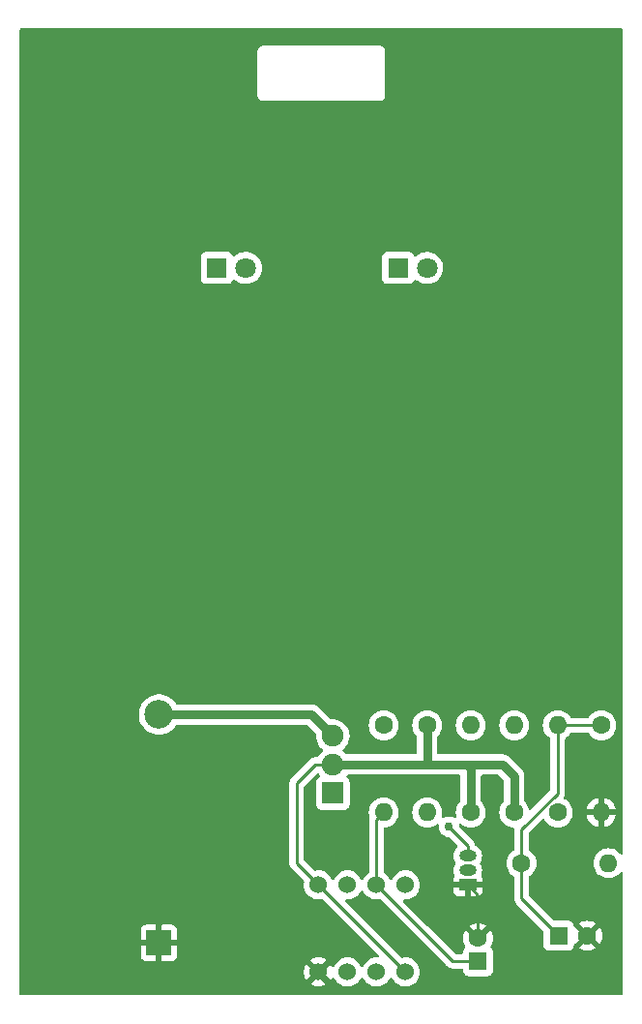
<source format=gtl>
%TF.GenerationSoftware,KiCad,Pcbnew,(6.0.2-0)*%
%TF.CreationDate,2022-03-13T17:03:43-04:00*%
%TF.ProjectId,555_Badge,3535355f-4261-4646-9765-2e6b69636164,V01*%
%TF.SameCoordinates,Original*%
%TF.FileFunction,Copper,L1,Top*%
%TF.FilePolarity,Positive*%
%FSLAX46Y46*%
G04 Gerber Fmt 4.6, Leading zero omitted, Abs format (unit mm)*
G04 Created by KiCad (PCBNEW (6.0.2-0)) date 2022-03-13 17:03:43*
%MOMM*%
%LPD*%
G01*
G04 APERTURE LIST*
%TA.AperFunction,ComponentPad*%
%ADD10C,2.500000*%
%TD*%
%TA.AperFunction,ComponentPad*%
%ADD11R,2.170000X2.170000*%
%TD*%
%TA.AperFunction,ComponentPad*%
%ADD12C,1.524000*%
%TD*%
%TA.AperFunction,ComponentPad*%
%ADD13C,1.900000*%
%TD*%
%TA.AperFunction,ComponentPad*%
%ADD14R,1.900000X1.900000*%
%TD*%
%TA.AperFunction,ComponentPad*%
%ADD15C,1.600000*%
%TD*%
%TA.AperFunction,ComponentPad*%
%ADD16O,1.600000X1.600000*%
%TD*%
%TA.AperFunction,ComponentPad*%
%ADD17R,1.500000X1.000000*%
%TD*%
%TA.AperFunction,ComponentPad*%
%ADD18O,1.500000X1.000000*%
%TD*%
%TA.AperFunction,ComponentPad*%
%ADD19R,1.800000X1.800000*%
%TD*%
%TA.AperFunction,ComponentPad*%
%ADD20C,1.800000*%
%TD*%
%TA.AperFunction,ComponentPad*%
%ADD21R,1.600000X1.600000*%
%TD*%
%TA.AperFunction,ViaPad*%
%ADD22C,0.762000*%
%TD*%
%TA.AperFunction,Conductor*%
%ADD23C,0.254000*%
%TD*%
%TA.AperFunction,Conductor*%
%ADD24C,0.762000*%
%TD*%
G04 APERTURE END LIST*
D10*
%TO.P,BAT1,Pos*%
%TO.N,Net-(BAT1-PadPos)*%
X139700000Y-101920000D03*
D11*
%TO.P,BAT1,Neg*%
%TO.N,GND*%
X139700000Y-121920000D03*
%TD*%
D12*
%TO.P,U1,1,GND*%
%TO.N,GND*%
X153670000Y-124460000D03*
%TO.P,U1,2,~{TRIG}*%
%TO.N,Net-(C1-Pad1)*%
X156210000Y-124460000D03*
%TO.P,U1,3,OUT*%
%TO.N,Net-(R3-Pad1)*%
X158750000Y-124460000D03*
%TO.P,U1,4,~{RST}*%
%TO.N,VCC*%
X161290000Y-124460000D03*
%TO.P,U1,5,CV*%
%TO.N,unconnected-(U1-Pad5)*%
X161290000Y-116840000D03*
%TO.P,U1,6,THRESH*%
%TO.N,Net-(C1-Pad1)*%
X158750000Y-116840000D03*
%TO.P,U1,7,DIS*%
%TO.N,Net-(R1-Pad2)*%
X156210000Y-116840000D03*
%TO.P,U1,8,VDD*%
%TO.N,VCC*%
X153670000Y-116840000D03*
%TD*%
D13*
%TO.P,S1,3*%
%TO.N,Net-(BAT1-PadPos)*%
X154940000Y-103813600D03*
%TO.P,S1,2*%
%TO.N,VCC*%
X154940000Y-106313600D03*
D14*
%TO.P,S1,1*%
%TO.N,unconnected-(S1-Pad1)*%
X154940000Y-108813600D03*
%TD*%
D15*
%TO.P,R7,1*%
%TO.N,VCC*%
X170815000Y-110490000D03*
D16*
%TO.P,R7,2*%
%TO.N,Net-(D2-Pad2)*%
X170815000Y-102870000D03*
%TD*%
D15*
%TO.P,R6,1*%
%TO.N,VCC*%
X167005000Y-110490000D03*
D16*
%TO.P,R6,2*%
%TO.N,Net-(D1-Pad2)*%
X167005000Y-102870000D03*
%TD*%
D15*
%TO.P,R5,1*%
%TO.N,Net-(C2-Pad1)*%
X171450000Y-114935000D03*
D16*
%TO.P,R5,2*%
%TO.N,Net-(Q1-Pad2)*%
X179070000Y-114935000D03*
%TD*%
%TO.P,R4,2*%
%TO.N,GND*%
X178435000Y-110490000D03*
D15*
%TO.P,R4,1*%
%TO.N,Net-(C2-Pad1)*%
X178435000Y-102870000D03*
%TD*%
D16*
%TO.P,R3,2*%
%TO.N,Net-(C2-Pad1)*%
X174625000Y-102870000D03*
D15*
%TO.P,R3,1*%
%TO.N,Net-(R3-Pad1)*%
X174625000Y-110490000D03*
%TD*%
D16*
%TO.P,R2,2*%
%TO.N,Net-(C1-Pad1)*%
X159385000Y-110490000D03*
D15*
%TO.P,R2,1*%
%TO.N,Net-(R1-Pad2)*%
X159385000Y-102870000D03*
%TD*%
%TO.P,R1,1*%
%TO.N,VCC*%
X163195000Y-102870000D03*
D16*
%TO.P,R1,2*%
%TO.N,Net-(R1-Pad2)*%
X163195000Y-110490000D03*
%TD*%
D17*
%TO.P,Q1,1,E*%
%TO.N,GND*%
X166745000Y-116840000D03*
D18*
%TO.P,Q1,3,C*%
%TO.N,Net-(D1-Pad1)*%
X166745000Y-114300000D03*
%TO.P,Q1,2,B*%
%TO.N,Net-(Q1-Pad2)*%
X166745000Y-115570000D03*
%TD*%
D19*
%TO.P,D2,1,K*%
%TO.N,Net-(D1-Pad1)*%
X160650000Y-62865000D03*
D20*
%TO.P,D2,2,A*%
%TO.N,Net-(D2-Pad2)*%
X163190000Y-62865000D03*
%TD*%
D19*
%TO.P,D1,1,K*%
%TO.N,Net-(D1-Pad1)*%
X144780000Y-62865000D03*
D20*
%TO.P,D1,2,A*%
%TO.N,Net-(D1-Pad2)*%
X147320000Y-62865000D03*
%TD*%
D15*
%TO.P,C2,2*%
%TO.N,GND*%
X177212621Y-121285000D03*
D21*
%TO.P,C2,1*%
%TO.N,Net-(C2-Pad1)*%
X174712621Y-121285000D03*
%TD*%
%TO.P,C1,1*%
%TO.N,Net-(C1-Pad1)*%
X167640000Y-123510113D03*
D15*
%TO.P,C1,2*%
%TO.N,GND*%
X167640000Y-121510113D03*
%TD*%
D22*
%TO.N,Net-(D1-Pad1)*%
X165100000Y-111760000D03*
%TD*%
D23*
%TO.N,Net-(D1-Pad1)*%
X166745000Y-114300000D02*
X166745000Y-113405000D01*
X166745000Y-113405000D02*
X165100000Y-111760000D01*
%TO.N,Net-(C2-Pad1)*%
X174625000Y-102870000D02*
X178435000Y-102870000D01*
X171450000Y-114935000D02*
X171450000Y-111995504D01*
X171450000Y-111995504D02*
X174625000Y-108820504D01*
X174625000Y-108820504D02*
X174625000Y-102870000D01*
X171450000Y-114935000D02*
X171450000Y-118022379D01*
X171450000Y-118022379D02*
X174712621Y-121285000D01*
%TO.N,GND*%
X167640000Y-121510113D02*
X167640000Y-117735000D01*
X167640000Y-117735000D02*
X166745000Y-116840000D01*
X167865113Y-121510113D02*
X167640000Y-121510113D01*
%TO.N,Net-(C1-Pad1)*%
X158750000Y-116840000D02*
X165420113Y-123510113D01*
X165420113Y-123510113D02*
X167640000Y-123510113D01*
X158750000Y-116840000D02*
X158750000Y-111125000D01*
X158750000Y-111125000D02*
X159385000Y-110490000D01*
D24*
%TO.N,VCC*%
X162828600Y-106313600D02*
X163463600Y-106313600D01*
X163195000Y-106045000D02*
X163463600Y-106313600D01*
X163463600Y-106313600D02*
X166638600Y-106313600D01*
X163195000Y-102870000D02*
X163195000Y-106045000D01*
D23*
X153670000Y-116840000D02*
X161290000Y-124460000D01*
X151765000Y-114935000D02*
X151765000Y-107950000D01*
X153670000Y-116840000D02*
X151765000Y-114935000D01*
X151765000Y-107950000D02*
X153401400Y-106313600D01*
X153401400Y-106313600D02*
X154940000Y-106313600D01*
D24*
X154940000Y-106313600D02*
X162828600Y-106313600D01*
X166638600Y-106313600D02*
X169813600Y-106313600D01*
X167005000Y-110490000D02*
X167005000Y-106680000D01*
X167005000Y-106680000D02*
X166638600Y-106313600D01*
X169813600Y-106313600D02*
X170815000Y-107315000D01*
X170815000Y-107315000D02*
X170815000Y-110490000D01*
%TO.N,Net-(BAT1-PadPos)*%
X139700000Y-101920000D02*
X153046400Y-101920000D01*
X153046400Y-101920000D02*
X154940000Y-103813600D01*
%TD*%
%TA.AperFunction,Conductor*%
%TO.N,GND*%
G36*
X180282121Y-41930002D02*
G01*
X180328614Y-41983658D01*
X180340000Y-42036000D01*
X180340000Y-114067827D01*
X180319998Y-114135948D01*
X180266342Y-114182441D01*
X180196068Y-114192545D01*
X180131488Y-114163051D01*
X180110787Y-114140098D01*
X180079357Y-114095211D01*
X180079355Y-114095208D01*
X180076198Y-114090700D01*
X179914300Y-113928802D01*
X179909792Y-113925645D01*
X179909789Y-113925643D01*
X179759229Y-113820220D01*
X179726749Y-113797477D01*
X179721767Y-113795154D01*
X179721762Y-113795151D01*
X179524225Y-113703039D01*
X179524224Y-113703039D01*
X179519243Y-113700716D01*
X179513935Y-113699294D01*
X179513933Y-113699293D01*
X179303402Y-113642881D01*
X179303400Y-113642881D01*
X179298087Y-113641457D01*
X179070000Y-113621502D01*
X178841913Y-113641457D01*
X178836600Y-113642881D01*
X178836598Y-113642881D01*
X178626067Y-113699293D01*
X178626065Y-113699294D01*
X178620757Y-113700716D01*
X178615776Y-113703039D01*
X178615775Y-113703039D01*
X178418238Y-113795151D01*
X178418233Y-113795154D01*
X178413251Y-113797477D01*
X178380771Y-113820220D01*
X178230211Y-113925643D01*
X178230208Y-113925645D01*
X178225700Y-113928802D01*
X178063802Y-114090700D01*
X178060645Y-114095208D01*
X178060643Y-114095211D01*
X178045911Y-114116251D01*
X177932477Y-114278251D01*
X177930154Y-114283233D01*
X177930151Y-114283238D01*
X177928492Y-114286796D01*
X177835716Y-114485757D01*
X177834294Y-114491065D01*
X177834293Y-114491067D01*
X177780265Y-114692701D01*
X177776457Y-114706913D01*
X177756502Y-114935000D01*
X177776457Y-115163087D01*
X177777881Y-115168400D01*
X177777881Y-115168402D01*
X177833026Y-115374202D01*
X177835716Y-115384243D01*
X177838039Y-115389224D01*
X177838039Y-115389225D01*
X177930151Y-115586762D01*
X177930154Y-115586767D01*
X177932477Y-115591749D01*
X177966359Y-115640137D01*
X178058417Y-115771609D01*
X178063802Y-115779300D01*
X178225700Y-115941198D01*
X178230208Y-115944355D01*
X178230211Y-115944357D01*
X178254201Y-115961155D01*
X178413251Y-116072523D01*
X178418233Y-116074846D01*
X178418238Y-116074849D01*
X178615775Y-116166961D01*
X178620757Y-116169284D01*
X178626065Y-116170706D01*
X178626067Y-116170707D01*
X178836598Y-116227119D01*
X178836600Y-116227119D01*
X178841913Y-116228543D01*
X179070000Y-116248498D01*
X179298087Y-116228543D01*
X179303400Y-116227119D01*
X179303402Y-116227119D01*
X179513933Y-116170707D01*
X179513935Y-116170706D01*
X179519243Y-116169284D01*
X179524225Y-116166961D01*
X179721762Y-116074849D01*
X179721767Y-116074846D01*
X179726749Y-116072523D01*
X179885799Y-115961155D01*
X179909789Y-115944357D01*
X179909792Y-115944355D01*
X179914300Y-115941198D01*
X180076198Y-115779300D01*
X180081584Y-115771609D01*
X180110787Y-115729902D01*
X180166244Y-115685574D01*
X180236864Y-115678265D01*
X180300224Y-115710296D01*
X180336209Y-115771497D01*
X180340000Y-115802173D01*
X180340000Y-126366000D01*
X180319998Y-126434121D01*
X180266342Y-126480614D01*
X180214000Y-126492000D01*
X127634000Y-126492000D01*
X127565879Y-126471998D01*
X127519386Y-126418342D01*
X127508000Y-126366000D01*
X127508000Y-125518777D01*
X152975777Y-125518777D01*
X152985074Y-125530793D01*
X153028069Y-125560898D01*
X153037555Y-125566376D01*
X153228993Y-125655645D01*
X153239285Y-125659391D01*
X153443309Y-125714059D01*
X153454104Y-125715962D01*
X153664525Y-125734372D01*
X153675475Y-125734372D01*
X153885896Y-125715962D01*
X153896691Y-125714059D01*
X154100715Y-125659391D01*
X154111007Y-125655645D01*
X154302445Y-125566376D01*
X154311931Y-125560898D01*
X154355764Y-125530207D01*
X154364139Y-125519729D01*
X154357071Y-125506281D01*
X153682812Y-124832022D01*
X153668868Y-124824408D01*
X153667035Y-124824539D01*
X153660420Y-124828790D01*
X152982207Y-125507003D01*
X152975777Y-125518777D01*
X127508000Y-125518777D01*
X127508000Y-124465475D01*
X152395628Y-124465475D01*
X152414038Y-124675896D01*
X152415941Y-124686691D01*
X152470609Y-124890715D01*
X152474355Y-124901007D01*
X152563623Y-125092441D01*
X152569103Y-125101932D01*
X152599794Y-125145765D01*
X152610271Y-125154140D01*
X152623718Y-125147072D01*
X153297978Y-124472812D01*
X153305592Y-124458868D01*
X153305461Y-124457035D01*
X153301210Y-124450420D01*
X152622997Y-123772207D01*
X152611223Y-123765777D01*
X152599207Y-123775074D01*
X152569103Y-123818068D01*
X152563623Y-123827559D01*
X152474355Y-124018993D01*
X152470609Y-124029285D01*
X152415941Y-124233309D01*
X152414038Y-124244104D01*
X152395628Y-124454525D01*
X152395628Y-124465475D01*
X127508000Y-124465475D01*
X127508000Y-123049669D01*
X138107001Y-123049669D01*
X138107371Y-123056490D01*
X138112895Y-123107352D01*
X138116521Y-123122604D01*
X138161676Y-123243054D01*
X138170214Y-123258649D01*
X138246715Y-123360724D01*
X138259276Y-123373285D01*
X138361351Y-123449786D01*
X138376946Y-123458324D01*
X138497394Y-123503478D01*
X138512649Y-123507105D01*
X138563514Y-123512631D01*
X138570328Y-123513000D01*
X139427885Y-123513000D01*
X139443124Y-123508525D01*
X139444329Y-123507135D01*
X139446000Y-123499452D01*
X139446000Y-123494884D01*
X139954000Y-123494884D01*
X139958475Y-123510123D01*
X139959865Y-123511328D01*
X139967548Y-123512999D01*
X140829669Y-123512999D01*
X140836490Y-123512629D01*
X140887352Y-123507105D01*
X140902604Y-123503479D01*
X141023054Y-123458324D01*
X141038649Y-123449786D01*
X141104717Y-123400271D01*
X152975860Y-123400271D01*
X152982928Y-123413718D01*
X153657188Y-124087978D01*
X153671132Y-124095592D01*
X153672965Y-124095461D01*
X153679580Y-124091210D01*
X154357793Y-123412997D01*
X154364223Y-123401223D01*
X154354926Y-123389207D01*
X154311931Y-123359102D01*
X154302445Y-123353624D01*
X154111007Y-123264355D01*
X154100715Y-123260609D01*
X153896691Y-123205941D01*
X153885896Y-123204038D01*
X153675475Y-123185628D01*
X153664525Y-123185628D01*
X153454104Y-123204038D01*
X153443309Y-123205941D01*
X153239285Y-123260609D01*
X153228993Y-123264355D01*
X153037559Y-123353623D01*
X153028068Y-123359103D01*
X152984235Y-123389794D01*
X152975860Y-123400271D01*
X141104717Y-123400271D01*
X141140724Y-123373285D01*
X141153285Y-123360724D01*
X141229786Y-123258649D01*
X141238324Y-123243054D01*
X141283478Y-123122606D01*
X141287105Y-123107351D01*
X141292631Y-123056486D01*
X141293000Y-123049672D01*
X141293000Y-122192115D01*
X141288525Y-122176876D01*
X141287135Y-122175671D01*
X141279452Y-122174000D01*
X139972115Y-122174000D01*
X139956876Y-122178475D01*
X139955671Y-122179865D01*
X139954000Y-122187548D01*
X139954000Y-123494884D01*
X139446000Y-123494884D01*
X139446000Y-122192115D01*
X139441525Y-122176876D01*
X139440135Y-122175671D01*
X139432452Y-122174000D01*
X138125116Y-122174000D01*
X138109877Y-122178475D01*
X138108672Y-122179865D01*
X138107001Y-122187548D01*
X138107001Y-123049669D01*
X127508000Y-123049669D01*
X127508000Y-121647885D01*
X138107000Y-121647885D01*
X138111475Y-121663124D01*
X138112865Y-121664329D01*
X138120548Y-121666000D01*
X139427885Y-121666000D01*
X139443124Y-121661525D01*
X139444329Y-121660135D01*
X139446000Y-121652452D01*
X139446000Y-121647885D01*
X139954000Y-121647885D01*
X139958475Y-121663124D01*
X139959865Y-121664329D01*
X139967548Y-121666000D01*
X141274884Y-121666000D01*
X141290123Y-121661525D01*
X141291328Y-121660135D01*
X141292999Y-121652452D01*
X141292999Y-120790331D01*
X141292629Y-120783510D01*
X141287105Y-120732648D01*
X141283479Y-120717396D01*
X141238324Y-120596946D01*
X141229786Y-120581351D01*
X141153285Y-120479276D01*
X141140724Y-120466715D01*
X141038649Y-120390214D01*
X141023054Y-120381676D01*
X140902606Y-120336522D01*
X140887351Y-120332895D01*
X140836486Y-120327369D01*
X140829672Y-120327000D01*
X139972115Y-120327000D01*
X139956876Y-120331475D01*
X139955671Y-120332865D01*
X139954000Y-120340548D01*
X139954000Y-121647885D01*
X139446000Y-121647885D01*
X139446000Y-120345116D01*
X139441525Y-120329877D01*
X139440135Y-120328672D01*
X139432452Y-120327001D01*
X138570331Y-120327001D01*
X138563510Y-120327371D01*
X138512648Y-120332895D01*
X138497396Y-120336521D01*
X138376946Y-120381676D01*
X138361351Y-120390214D01*
X138259276Y-120466715D01*
X138246715Y-120479276D01*
X138170214Y-120581351D01*
X138161676Y-120596946D01*
X138116522Y-120717394D01*
X138112895Y-120732649D01*
X138107369Y-120783514D01*
X138107000Y-120790328D01*
X138107000Y-121647885D01*
X127508000Y-121647885D01*
X127508000Y-101873839D01*
X137937173Y-101873839D01*
X137949713Y-102134908D01*
X138000704Y-102391256D01*
X138089026Y-102637252D01*
X138094475Y-102647393D01*
X138187685Y-102820866D01*
X138212737Y-102867491D01*
X138215532Y-102871234D01*
X138215534Y-102871237D01*
X138366330Y-103073177D01*
X138366335Y-103073183D01*
X138369122Y-103076915D01*
X138372431Y-103080195D01*
X138372436Y-103080201D01*
X138551426Y-103257635D01*
X138554743Y-103260923D01*
X138558505Y-103263681D01*
X138558508Y-103263684D01*
X138761750Y-103412707D01*
X138765524Y-103415474D01*
X138769667Y-103417654D01*
X138769669Y-103417655D01*
X138992684Y-103534989D01*
X138992689Y-103534991D01*
X138996834Y-103537172D01*
X139243590Y-103623344D01*
X139248183Y-103624216D01*
X139495785Y-103671224D01*
X139495788Y-103671224D01*
X139500374Y-103672095D01*
X139630958Y-103677226D01*
X139756875Y-103682174D01*
X139756881Y-103682174D01*
X139761543Y-103682357D01*
X139840977Y-103673657D01*
X140016707Y-103654412D01*
X140016712Y-103654411D01*
X140021360Y-103653902D01*
X140056870Y-103644553D01*
X140269594Y-103588548D01*
X140269596Y-103588547D01*
X140274117Y-103587357D01*
X140303873Y-103574573D01*
X140509972Y-103486025D01*
X140514262Y-103484182D01*
X140736519Y-103346646D01*
X140740082Y-103343629D01*
X140740087Y-103343626D01*
X140932439Y-103180787D01*
X140932440Y-103180786D01*
X140936005Y-103177768D01*
X141001222Y-103103402D01*
X141105257Y-102984774D01*
X141105261Y-102984769D01*
X141108339Y-102981259D01*
X141181616Y-102867337D01*
X141235290Y-102820866D01*
X141287587Y-102809500D01*
X152625767Y-102809500D01*
X152693888Y-102829502D01*
X152714862Y-102846405D01*
X153450698Y-103582241D01*
X153484724Y-103644553D01*
X153486890Y-103684722D01*
X153476938Y-103777844D01*
X153490744Y-104017280D01*
X153491879Y-104022317D01*
X153491880Y-104022323D01*
X153528202Y-104183498D01*
X153543470Y-104251246D01*
X153633702Y-104473459D01*
X153759014Y-104677951D01*
X153916043Y-104859230D01*
X154039727Y-104961914D01*
X154045807Y-104966962D01*
X154085442Y-105025864D01*
X154086940Y-105096845D01*
X154049825Y-105157368D01*
X154040978Y-105164663D01*
X153968345Y-105219198D01*
X153964773Y-105222936D01*
X153842926Y-105350442D01*
X153802648Y-105392590D01*
X153799734Y-105396862D01*
X153799733Y-105396863D01*
X153771163Y-105438745D01*
X153667495Y-105590717D01*
X153660795Y-105605151D01*
X153613972Y-105658517D01*
X153546508Y-105678100D01*
X153480420Y-105678100D01*
X153469186Y-105677570D01*
X153461681Y-105675892D01*
X153393971Y-105678020D01*
X153393388Y-105678038D01*
X153389431Y-105678100D01*
X153361417Y-105678100D01*
X153357492Y-105678596D01*
X153357491Y-105678596D01*
X153357396Y-105678608D01*
X153345551Y-105679541D01*
X153315730Y-105680478D01*
X153309118Y-105680686D01*
X153309117Y-105680686D01*
X153301195Y-105680935D01*
X153281652Y-105686613D01*
X153262288Y-105690623D01*
X153249960Y-105692180D01*
X153249958Y-105692180D01*
X153242101Y-105693173D01*
X153234737Y-105696089D01*
X153234732Y-105696090D01*
X153200844Y-105709507D01*
X153189615Y-105713352D01*
X153172935Y-105718198D01*
X153147007Y-105725731D01*
X153140180Y-105729769D01*
X153140177Y-105729770D01*
X153129494Y-105736088D01*
X153111736Y-105744788D01*
X153100185Y-105749361D01*
X153100179Y-105749365D01*
X153092812Y-105752281D01*
X153086401Y-105756939D01*
X153086399Y-105756940D01*
X153056912Y-105778364D01*
X153046990Y-105784881D01*
X153015632Y-105803426D01*
X153015628Y-105803429D01*
X153008802Y-105807466D01*
X152994418Y-105821850D01*
X152979384Y-105834691D01*
X152962913Y-105846658D01*
X152957860Y-105852766D01*
X152934623Y-105880855D01*
X152926633Y-105889635D01*
X151371517Y-107444750D01*
X151363191Y-107452326D01*
X151356697Y-107456447D01*
X151351274Y-107462222D01*
X151309915Y-107506265D01*
X151307160Y-107509107D01*
X151287361Y-107528906D01*
X151284937Y-107532031D01*
X151284929Y-107532040D01*
X151284863Y-107532126D01*
X151277155Y-107541151D01*
X151246783Y-107573494D01*
X151242965Y-107580438D01*
X151242964Y-107580440D01*
X151236978Y-107591329D01*
X151226127Y-107607847D01*
X151213650Y-107623933D01*
X151196024Y-107664666D01*
X151190807Y-107675314D01*
X151169431Y-107714197D01*
X151167460Y-107721872D01*
X151167458Y-107721878D01*
X151164369Y-107733911D01*
X151157966Y-107752613D01*
X151149883Y-107771292D01*
X151148644Y-107779117D01*
X151142940Y-107815127D01*
X151140535Y-107826740D01*
X151129500Y-107869718D01*
X151129500Y-107890065D01*
X151127949Y-107909776D01*
X151124765Y-107929879D01*
X151125511Y-107937771D01*
X151128941Y-107974056D01*
X151129500Y-107985914D01*
X151129500Y-114855980D01*
X151128970Y-114867214D01*
X151127292Y-114874719D01*
X151127541Y-114882638D01*
X151129438Y-114943012D01*
X151129500Y-114946969D01*
X151129500Y-114974983D01*
X151129996Y-114978908D01*
X151129996Y-114978909D01*
X151130008Y-114979004D01*
X151130941Y-114990849D01*
X151132335Y-115035205D01*
X151134547Y-115042817D01*
X151138013Y-115054748D01*
X151142023Y-115074112D01*
X151144573Y-115094299D01*
X151147489Y-115101663D01*
X151147490Y-115101668D01*
X151160907Y-115135556D01*
X151164752Y-115146785D01*
X151177131Y-115189393D01*
X151181169Y-115196220D01*
X151181170Y-115196223D01*
X151187488Y-115206906D01*
X151196188Y-115224664D01*
X151200761Y-115236215D01*
X151200765Y-115236221D01*
X151203681Y-115243588D01*
X151208339Y-115249999D01*
X151208340Y-115250001D01*
X151229764Y-115279488D01*
X151236281Y-115289410D01*
X151254826Y-115320768D01*
X151254829Y-115320772D01*
X151258866Y-115327598D01*
X151273250Y-115341982D01*
X151286091Y-115357016D01*
X151298058Y-115373487D01*
X151304166Y-115378540D01*
X151332255Y-115401777D01*
X151341035Y-115409767D01*
X152391276Y-116460009D01*
X152425302Y-116522321D01*
X152423888Y-116581714D01*
X152415446Y-116613220D01*
X152415445Y-116613227D01*
X152414022Y-116618537D01*
X152394647Y-116840000D01*
X152414022Y-117061463D01*
X152471560Y-117276196D01*
X152473882Y-117281177D01*
X152473883Y-117281178D01*
X152563186Y-117472689D01*
X152563189Y-117472694D01*
X152565512Y-117477676D01*
X152693023Y-117659781D01*
X152850219Y-117816977D01*
X152854727Y-117820134D01*
X152854730Y-117820136D01*
X152892136Y-117846328D01*
X153032323Y-117944488D01*
X153037305Y-117946811D01*
X153037310Y-117946814D01*
X153228822Y-118036117D01*
X153233804Y-118038440D01*
X153239112Y-118039862D01*
X153239114Y-118039863D01*
X153304949Y-118057503D01*
X153448537Y-118095978D01*
X153670000Y-118115353D01*
X153891463Y-118095978D01*
X153928286Y-118086111D01*
X153999262Y-118087801D01*
X154049991Y-118118723D01*
X158906210Y-122974942D01*
X158940236Y-123037254D01*
X158935171Y-123108069D01*
X158892624Y-123164905D01*
X158826104Y-123189716D01*
X158806134Y-123189558D01*
X158755475Y-123185126D01*
X158750000Y-123184647D01*
X158528537Y-123204022D01*
X158384949Y-123242497D01*
X158319114Y-123260137D01*
X158319112Y-123260138D01*
X158313804Y-123261560D01*
X158308823Y-123263882D01*
X158308822Y-123263883D01*
X158117311Y-123353186D01*
X158117306Y-123353189D01*
X158112324Y-123355512D01*
X158107817Y-123358668D01*
X158107815Y-123358669D01*
X157934730Y-123479864D01*
X157934727Y-123479866D01*
X157930219Y-123483023D01*
X157773023Y-123640219D01*
X157769866Y-123644727D01*
X157769864Y-123644730D01*
X157648669Y-123817815D01*
X157645512Y-123822324D01*
X157643189Y-123827306D01*
X157643186Y-123827311D01*
X157594195Y-123932373D01*
X157547277Y-123985658D01*
X157479000Y-124005119D01*
X157411040Y-123984577D01*
X157365805Y-123932373D01*
X157316814Y-123827311D01*
X157316811Y-123827306D01*
X157314488Y-123822324D01*
X157311331Y-123817815D01*
X157190136Y-123644730D01*
X157190134Y-123644727D01*
X157186977Y-123640219D01*
X157029781Y-123483023D01*
X157025273Y-123479866D01*
X157025270Y-123479864D01*
X156949505Y-123426813D01*
X156847677Y-123355512D01*
X156842695Y-123353189D01*
X156842690Y-123353186D01*
X156651178Y-123263883D01*
X156651177Y-123263882D01*
X156646196Y-123261560D01*
X156640888Y-123260138D01*
X156640886Y-123260137D01*
X156575051Y-123242497D01*
X156431463Y-123204022D01*
X156210000Y-123184647D01*
X155988537Y-123204022D01*
X155844949Y-123242497D01*
X155779114Y-123260137D01*
X155779112Y-123260138D01*
X155773804Y-123261560D01*
X155768823Y-123263882D01*
X155768822Y-123263883D01*
X155577311Y-123353186D01*
X155577306Y-123353189D01*
X155572324Y-123355512D01*
X155567817Y-123358668D01*
X155567815Y-123358669D01*
X155394730Y-123479864D01*
X155394727Y-123479866D01*
X155390219Y-123483023D01*
X155233023Y-123640219D01*
X155229866Y-123644727D01*
X155229864Y-123644730D01*
X155108669Y-123817815D01*
X155105512Y-123822324D01*
X155103189Y-123827306D01*
X155103186Y-123827311D01*
X155053919Y-123932965D01*
X155007001Y-123986250D01*
X154938724Y-124005711D01*
X154870764Y-123985169D01*
X154825529Y-123932965D01*
X154776377Y-123827559D01*
X154770897Y-123818068D01*
X154740206Y-123774235D01*
X154729729Y-123765860D01*
X154716282Y-123772928D01*
X154042022Y-124447188D01*
X154034408Y-124461132D01*
X154034539Y-124462965D01*
X154038790Y-124469580D01*
X154717003Y-125147793D01*
X154728777Y-125154223D01*
X154740793Y-125144926D01*
X154770897Y-125101932D01*
X154776377Y-125092441D01*
X154825529Y-124987035D01*
X154872447Y-124933750D01*
X154940724Y-124914289D01*
X155008684Y-124934831D01*
X155053919Y-124987035D01*
X155103186Y-125092689D01*
X155103189Y-125092694D01*
X155105512Y-125097676D01*
X155108668Y-125102183D01*
X155108669Y-125102185D01*
X155145107Y-125154223D01*
X155233023Y-125279781D01*
X155390219Y-125436977D01*
X155394727Y-125440134D01*
X155394730Y-125440136D01*
X155470495Y-125493187D01*
X155572323Y-125564488D01*
X155577305Y-125566811D01*
X155577310Y-125566814D01*
X155767810Y-125655645D01*
X155773804Y-125658440D01*
X155779112Y-125659862D01*
X155779114Y-125659863D01*
X155844949Y-125677503D01*
X155988537Y-125715978D01*
X156210000Y-125735353D01*
X156431463Y-125715978D01*
X156575051Y-125677503D01*
X156640886Y-125659863D01*
X156640888Y-125659862D01*
X156646196Y-125658440D01*
X156652190Y-125655645D01*
X156842690Y-125566814D01*
X156842695Y-125566811D01*
X156847677Y-125564488D01*
X156949505Y-125493187D01*
X157025270Y-125440136D01*
X157025273Y-125440134D01*
X157029781Y-125436977D01*
X157186977Y-125279781D01*
X157274894Y-125154223D01*
X157311331Y-125102185D01*
X157311332Y-125102183D01*
X157314488Y-125097676D01*
X157316811Y-125092694D01*
X157316814Y-125092689D01*
X157365805Y-124987627D01*
X157412723Y-124934342D01*
X157481000Y-124914881D01*
X157548960Y-124935423D01*
X157594195Y-124987627D01*
X157643186Y-125092689D01*
X157643189Y-125092694D01*
X157645512Y-125097676D01*
X157648668Y-125102183D01*
X157648669Y-125102185D01*
X157685107Y-125154223D01*
X157773023Y-125279781D01*
X157930219Y-125436977D01*
X157934727Y-125440134D01*
X157934730Y-125440136D01*
X158010495Y-125493187D01*
X158112323Y-125564488D01*
X158117305Y-125566811D01*
X158117310Y-125566814D01*
X158307810Y-125655645D01*
X158313804Y-125658440D01*
X158319112Y-125659862D01*
X158319114Y-125659863D01*
X158384949Y-125677503D01*
X158528537Y-125715978D01*
X158750000Y-125735353D01*
X158971463Y-125715978D01*
X159115051Y-125677503D01*
X159180886Y-125659863D01*
X159180888Y-125659862D01*
X159186196Y-125658440D01*
X159192190Y-125655645D01*
X159382690Y-125566814D01*
X159382695Y-125566811D01*
X159387677Y-125564488D01*
X159489505Y-125493187D01*
X159565270Y-125440136D01*
X159565273Y-125440134D01*
X159569781Y-125436977D01*
X159726977Y-125279781D01*
X159814894Y-125154223D01*
X159851331Y-125102185D01*
X159851332Y-125102183D01*
X159854488Y-125097676D01*
X159856811Y-125092694D01*
X159856814Y-125092689D01*
X159905805Y-124987627D01*
X159952723Y-124934342D01*
X160021000Y-124914881D01*
X160088960Y-124935423D01*
X160134195Y-124987627D01*
X160183186Y-125092689D01*
X160183189Y-125092694D01*
X160185512Y-125097676D01*
X160188668Y-125102183D01*
X160188669Y-125102185D01*
X160225107Y-125154223D01*
X160313023Y-125279781D01*
X160470219Y-125436977D01*
X160474727Y-125440134D01*
X160474730Y-125440136D01*
X160550495Y-125493187D01*
X160652323Y-125564488D01*
X160657305Y-125566811D01*
X160657310Y-125566814D01*
X160847810Y-125655645D01*
X160853804Y-125658440D01*
X160859112Y-125659862D01*
X160859114Y-125659863D01*
X160924949Y-125677503D01*
X161068537Y-125715978D01*
X161290000Y-125735353D01*
X161511463Y-125715978D01*
X161655051Y-125677503D01*
X161720886Y-125659863D01*
X161720888Y-125659862D01*
X161726196Y-125658440D01*
X161732190Y-125655645D01*
X161922690Y-125566814D01*
X161922695Y-125566811D01*
X161927677Y-125564488D01*
X162029505Y-125493187D01*
X162105270Y-125440136D01*
X162105273Y-125440134D01*
X162109781Y-125436977D01*
X162266977Y-125279781D01*
X162354894Y-125154223D01*
X162391331Y-125102185D01*
X162391332Y-125102183D01*
X162394488Y-125097676D01*
X162396811Y-125092694D01*
X162396814Y-125092689D01*
X162486117Y-124901178D01*
X162486118Y-124901177D01*
X162488440Y-124896196D01*
X162545978Y-124681463D01*
X162565353Y-124460000D01*
X162545978Y-124238537D01*
X162488440Y-124023804D01*
X162474488Y-123993884D01*
X162396814Y-123827311D01*
X162396811Y-123827306D01*
X162394488Y-123822324D01*
X162391331Y-123817815D01*
X162270136Y-123644730D01*
X162270134Y-123644727D01*
X162266977Y-123640219D01*
X162109781Y-123483023D01*
X162105273Y-123479866D01*
X162105270Y-123479864D01*
X162029505Y-123426813D01*
X161927677Y-123355512D01*
X161922695Y-123353189D01*
X161922690Y-123353186D01*
X161731178Y-123263883D01*
X161731177Y-123263882D01*
X161726196Y-123261560D01*
X161720888Y-123260138D01*
X161720886Y-123260137D01*
X161655051Y-123242497D01*
X161511463Y-123204022D01*
X161290000Y-123184647D01*
X161068537Y-123204022D01*
X161063227Y-123205445D01*
X161063220Y-123205446D01*
X161031714Y-123213888D01*
X160960737Y-123212198D01*
X160910009Y-123181276D01*
X156053791Y-118325058D01*
X156019765Y-118262746D01*
X156024830Y-118191931D01*
X156067377Y-118135095D01*
X156133897Y-118110284D01*
X156153865Y-118110442D01*
X156210000Y-118115353D01*
X156431463Y-118095978D01*
X156575051Y-118057503D01*
X156640886Y-118039863D01*
X156640888Y-118039862D01*
X156646196Y-118038440D01*
X156651178Y-118036117D01*
X156842690Y-117946814D01*
X156842695Y-117946811D01*
X156847677Y-117944488D01*
X156987864Y-117846328D01*
X157025270Y-117820136D01*
X157025273Y-117820134D01*
X157029781Y-117816977D01*
X157186977Y-117659781D01*
X157314488Y-117477676D01*
X157316811Y-117472694D01*
X157316814Y-117472689D01*
X157365805Y-117367627D01*
X157412723Y-117314342D01*
X157481000Y-117294881D01*
X157548960Y-117315423D01*
X157594195Y-117367627D01*
X157643186Y-117472689D01*
X157643189Y-117472694D01*
X157645512Y-117477676D01*
X157773023Y-117659781D01*
X157930219Y-117816977D01*
X157934727Y-117820134D01*
X157934730Y-117820136D01*
X157972136Y-117846328D01*
X158112323Y-117944488D01*
X158117305Y-117946811D01*
X158117310Y-117946814D01*
X158308822Y-118036117D01*
X158313804Y-118038440D01*
X158319112Y-118039862D01*
X158319114Y-118039863D01*
X158384949Y-118057503D01*
X158528537Y-118095978D01*
X158750000Y-118115353D01*
X158971463Y-118095978D01*
X159008286Y-118086111D01*
X159079262Y-118087801D01*
X159129991Y-118118723D01*
X164914858Y-123903590D01*
X164922435Y-123911916D01*
X164926560Y-123918416D01*
X164932338Y-123923842D01*
X164932339Y-123923843D01*
X164976394Y-123965213D01*
X164979236Y-123967968D01*
X164999019Y-123987751D01*
X165002227Y-123990239D01*
X165011256Y-123997950D01*
X165043607Y-124028330D01*
X165050556Y-124032150D01*
X165061442Y-124038135D01*
X165077966Y-124048989D01*
X165094046Y-124061462D01*
X165101323Y-124064611D01*
X165134763Y-124079082D01*
X165145424Y-124084305D01*
X165177360Y-124101862D01*
X165177365Y-124101864D01*
X165184310Y-124105682D01*
X165191984Y-124107652D01*
X165191991Y-124107655D01*
X165204026Y-124110745D01*
X165222731Y-124117149D01*
X165234126Y-124122080D01*
X165241405Y-124125230D01*
X165268455Y-124129514D01*
X165285240Y-124132173D01*
X165296853Y-124134578D01*
X165339831Y-124145613D01*
X165360178Y-124145613D01*
X165379890Y-124147164D01*
X165399992Y-124150348D01*
X165407884Y-124149602D01*
X165444169Y-124146172D01*
X165456027Y-124145613D01*
X166205500Y-124145613D01*
X166273621Y-124165615D01*
X166320114Y-124219271D01*
X166331500Y-124271613D01*
X166331500Y-124358247D01*
X166338255Y-124420429D01*
X166389385Y-124556818D01*
X166476739Y-124673374D01*
X166593295Y-124760728D01*
X166729684Y-124811858D01*
X166791866Y-124818613D01*
X168488134Y-124818613D01*
X168550316Y-124811858D01*
X168686705Y-124760728D01*
X168803261Y-124673374D01*
X168890615Y-124556818D01*
X168941745Y-124420429D01*
X168948500Y-124358247D01*
X168948500Y-122661979D01*
X168941745Y-122599797D01*
X168890615Y-122463408D01*
X168856292Y-122417611D01*
X168808645Y-122354035D01*
X168808642Y-122354032D01*
X168803261Y-122346852D01*
X168796081Y-122341471D01*
X168789730Y-122335120D01*
X168791872Y-122332978D01*
X168758436Y-122288267D01*
X168753406Y-122217449D01*
X168771523Y-122176078D01*
X168771182Y-122175881D01*
X168772952Y-122172815D01*
X168773299Y-122172023D01*
X168773929Y-122171124D01*
X168779414Y-122161624D01*
X168871490Y-121964166D01*
X168875236Y-121953874D01*
X168931625Y-121743425D01*
X168933528Y-121732632D01*
X168952517Y-121515588D01*
X168952517Y-121504638D01*
X168933528Y-121287594D01*
X168931625Y-121276801D01*
X168875236Y-121066352D01*
X168871490Y-121056060D01*
X168779414Y-120858602D01*
X168773931Y-120849107D01*
X168737491Y-120797065D01*
X168727012Y-120788689D01*
X168713566Y-120795757D01*
X167729095Y-121780228D01*
X167666783Y-121814254D01*
X167595968Y-121809189D01*
X167550905Y-121780228D01*
X166565713Y-120795036D01*
X166553938Y-120788606D01*
X166541923Y-120797902D01*
X166506069Y-120849107D01*
X166500586Y-120858602D01*
X166408510Y-121056060D01*
X166404764Y-121066352D01*
X166348375Y-121276801D01*
X166346472Y-121287594D01*
X166327483Y-121504638D01*
X166327483Y-121515588D01*
X166346472Y-121732632D01*
X166348375Y-121743425D01*
X166404764Y-121953874D01*
X166408510Y-121964166D01*
X166500586Y-122161624D01*
X166506071Y-122171124D01*
X166506701Y-122172023D01*
X166506856Y-122172483D01*
X166508818Y-122175881D01*
X166508135Y-122176275D01*
X166529388Y-122239297D01*
X166512102Y-122308157D01*
X166489066Y-122333916D01*
X166490270Y-122335120D01*
X166483919Y-122341471D01*
X166476739Y-122346852D01*
X166471358Y-122354032D01*
X166471355Y-122354035D01*
X166423708Y-122417611D01*
X166389385Y-122463408D01*
X166338255Y-122599797D01*
X166331500Y-122661979D01*
X166331500Y-122748613D01*
X166311498Y-122816734D01*
X166257842Y-122863227D01*
X166205500Y-122874613D01*
X165735536Y-122874613D01*
X165667415Y-122854611D01*
X165646441Y-122837708D01*
X163231834Y-120423101D01*
X166918576Y-120423101D01*
X166925644Y-120436547D01*
X167627188Y-121138091D01*
X167641132Y-121145705D01*
X167642965Y-121145574D01*
X167649580Y-121141323D01*
X168355077Y-120435826D01*
X168361507Y-120424051D01*
X168352211Y-120412036D01*
X168301006Y-120376182D01*
X168291511Y-120370699D01*
X168094053Y-120278623D01*
X168083761Y-120274877D01*
X167873312Y-120218488D01*
X167862519Y-120216585D01*
X167645475Y-120197596D01*
X167634525Y-120197596D01*
X167417481Y-120216585D01*
X167406688Y-120218488D01*
X167196239Y-120274877D01*
X167185947Y-120278623D01*
X166988489Y-120370699D01*
X166978994Y-120376182D01*
X166926952Y-120412622D01*
X166918576Y-120423101D01*
X163231834Y-120423101D01*
X161133791Y-118325058D01*
X161099765Y-118262746D01*
X161104830Y-118191931D01*
X161147377Y-118135095D01*
X161213897Y-118110284D01*
X161233865Y-118110442D01*
X161290000Y-118115353D01*
X161511463Y-118095978D01*
X161655051Y-118057503D01*
X161720886Y-118039863D01*
X161720888Y-118039862D01*
X161726196Y-118038440D01*
X161731178Y-118036117D01*
X161922690Y-117946814D01*
X161922695Y-117946811D01*
X161927677Y-117944488D01*
X162067864Y-117846328D01*
X162105270Y-117820136D01*
X162105273Y-117820134D01*
X162109781Y-117816977D01*
X162266977Y-117659781D01*
X162394488Y-117477676D01*
X162396811Y-117472694D01*
X162396814Y-117472689D01*
X162437858Y-117384669D01*
X165487001Y-117384669D01*
X165487371Y-117391490D01*
X165492895Y-117442352D01*
X165496521Y-117457604D01*
X165541676Y-117578054D01*
X165550214Y-117593649D01*
X165626715Y-117695724D01*
X165639276Y-117708285D01*
X165741351Y-117784786D01*
X165756946Y-117793324D01*
X165877394Y-117838478D01*
X165892649Y-117842105D01*
X165943514Y-117847631D01*
X165950328Y-117848000D01*
X166472885Y-117848000D01*
X166488124Y-117843525D01*
X166489329Y-117842135D01*
X166491000Y-117834452D01*
X166491000Y-117829884D01*
X166999000Y-117829884D01*
X167003475Y-117845123D01*
X167004865Y-117846328D01*
X167012548Y-117847999D01*
X167539669Y-117847999D01*
X167546490Y-117847629D01*
X167597352Y-117842105D01*
X167612604Y-117838479D01*
X167733054Y-117793324D01*
X167748649Y-117784786D01*
X167850724Y-117708285D01*
X167863285Y-117695724D01*
X167939786Y-117593649D01*
X167948324Y-117578054D01*
X167993478Y-117457606D01*
X167997105Y-117442351D01*
X168002631Y-117391486D01*
X168003000Y-117384672D01*
X168003000Y-117112115D01*
X167998525Y-117096876D01*
X167997135Y-117095671D01*
X167989452Y-117094000D01*
X167017115Y-117094000D01*
X167001876Y-117098475D01*
X167000671Y-117099865D01*
X166999000Y-117107548D01*
X166999000Y-117829884D01*
X166491000Y-117829884D01*
X166491000Y-117112115D01*
X166486525Y-117096876D01*
X166485135Y-117095671D01*
X166477452Y-117094000D01*
X165505116Y-117094000D01*
X165489877Y-117098475D01*
X165488672Y-117099865D01*
X165487001Y-117107548D01*
X165487001Y-117384669D01*
X162437858Y-117384669D01*
X162486117Y-117281178D01*
X162486118Y-117281177D01*
X162488440Y-117276196D01*
X162545978Y-117061463D01*
X162565353Y-116840000D01*
X162545978Y-116618537D01*
X162488440Y-116403804D01*
X162434936Y-116289065D01*
X162396814Y-116207311D01*
X162396811Y-116207306D01*
X162394488Y-116202324D01*
X162348520Y-116136675D01*
X162270136Y-116024730D01*
X162270134Y-116024727D01*
X162266977Y-116020219D01*
X162109781Y-115863023D01*
X162105273Y-115859866D01*
X162105270Y-115859864D01*
X161995778Y-115783197D01*
X161927677Y-115735512D01*
X161922695Y-115733189D01*
X161922690Y-115733186D01*
X161731178Y-115643883D01*
X161731177Y-115643882D01*
X161726196Y-115641560D01*
X161720888Y-115640138D01*
X161720886Y-115640137D01*
X161655051Y-115622497D01*
X161511463Y-115584022D01*
X161290000Y-115564647D01*
X161068537Y-115584022D01*
X160924949Y-115622497D01*
X160859114Y-115640137D01*
X160859112Y-115640138D01*
X160853804Y-115641560D01*
X160848823Y-115643882D01*
X160848822Y-115643883D01*
X160657311Y-115733186D01*
X160657306Y-115733189D01*
X160652324Y-115735512D01*
X160647817Y-115738668D01*
X160647815Y-115738669D01*
X160474730Y-115859864D01*
X160474727Y-115859866D01*
X160470219Y-115863023D01*
X160313023Y-116020219D01*
X160309866Y-116024727D01*
X160309864Y-116024730D01*
X160231480Y-116136675D01*
X160185512Y-116202324D01*
X160183189Y-116207306D01*
X160183186Y-116207311D01*
X160134195Y-116312373D01*
X160087277Y-116365658D01*
X160019000Y-116385119D01*
X159951040Y-116364577D01*
X159905805Y-116312373D01*
X159856814Y-116207311D01*
X159856811Y-116207306D01*
X159854488Y-116202324D01*
X159808520Y-116136675D01*
X159730136Y-116024730D01*
X159730134Y-116024727D01*
X159726977Y-116020219D01*
X159569781Y-115863023D01*
X159565273Y-115859866D01*
X159565270Y-115859864D01*
X159439229Y-115771609D01*
X159394901Y-115716152D01*
X159385500Y-115668396D01*
X159385500Y-111918912D01*
X159405502Y-111850791D01*
X159459158Y-111804298D01*
X159500517Y-111793391D01*
X159613087Y-111783543D01*
X159760859Y-111743947D01*
X159828933Y-111725707D01*
X159828935Y-111725706D01*
X159834243Y-111724284D01*
X159863194Y-111710784D01*
X160036762Y-111629849D01*
X160036767Y-111629846D01*
X160041749Y-111627523D01*
X160146611Y-111554098D01*
X160224789Y-111499357D01*
X160224792Y-111499355D01*
X160229300Y-111496198D01*
X160391198Y-111334300D01*
X160522523Y-111146749D01*
X160524846Y-111141767D01*
X160524849Y-111141762D01*
X160616961Y-110944225D01*
X160616961Y-110944224D01*
X160619284Y-110939243D01*
X160636127Y-110876387D01*
X160677119Y-110723402D01*
X160677119Y-110723400D01*
X160678543Y-110718087D01*
X160698498Y-110490000D01*
X160678543Y-110261913D01*
X160668244Y-110223478D01*
X160620707Y-110046067D01*
X160620706Y-110046064D01*
X160619284Y-110040757D01*
X160605084Y-110010305D01*
X160524849Y-109838238D01*
X160524846Y-109838233D01*
X160522523Y-109833251D01*
X160391198Y-109645700D01*
X160229300Y-109483802D01*
X160224792Y-109480645D01*
X160224789Y-109480643D01*
X160146611Y-109425902D01*
X160041749Y-109352477D01*
X160036767Y-109350154D01*
X160036762Y-109350151D01*
X159839225Y-109258039D01*
X159839224Y-109258039D01*
X159834243Y-109255716D01*
X159828935Y-109254294D01*
X159828933Y-109254293D01*
X159618402Y-109197881D01*
X159618400Y-109197881D01*
X159613087Y-109196457D01*
X159385000Y-109176502D01*
X159156913Y-109196457D01*
X159151600Y-109197881D01*
X159151598Y-109197881D01*
X158941067Y-109254293D01*
X158941065Y-109254294D01*
X158935757Y-109255716D01*
X158930776Y-109258039D01*
X158930775Y-109258039D01*
X158733238Y-109350151D01*
X158733233Y-109350154D01*
X158728251Y-109352477D01*
X158623389Y-109425902D01*
X158545211Y-109480643D01*
X158545208Y-109480645D01*
X158540700Y-109483802D01*
X158378802Y-109645700D01*
X158247477Y-109833251D01*
X158245154Y-109838233D01*
X158245151Y-109838238D01*
X158164916Y-110010305D01*
X158150716Y-110040757D01*
X158149294Y-110046064D01*
X158149293Y-110046067D01*
X158101756Y-110223478D01*
X158091457Y-110261913D01*
X158071502Y-110490000D01*
X158091457Y-110718087D01*
X158092881Y-110723401D01*
X158135493Y-110882432D01*
X158134824Y-110946284D01*
X158134883Y-110946293D01*
X158133644Y-110954116D01*
X158127940Y-110990127D01*
X158125535Y-111001740D01*
X158114500Y-111044718D01*
X158114500Y-111065065D01*
X158112949Y-111084776D01*
X158109765Y-111104879D01*
X158110511Y-111112771D01*
X158113941Y-111149056D01*
X158114500Y-111160914D01*
X158114500Y-115668397D01*
X158094498Y-115736518D01*
X158060770Y-115771610D01*
X157934735Y-115859860D01*
X157934729Y-115859865D01*
X157930219Y-115863023D01*
X157773023Y-116020219D01*
X157769866Y-116024727D01*
X157769864Y-116024730D01*
X157691480Y-116136675D01*
X157645512Y-116202324D01*
X157643189Y-116207306D01*
X157643186Y-116207311D01*
X157594195Y-116312373D01*
X157547277Y-116365658D01*
X157479000Y-116385119D01*
X157411040Y-116364577D01*
X157365805Y-116312373D01*
X157316814Y-116207311D01*
X157316811Y-116207306D01*
X157314488Y-116202324D01*
X157268520Y-116136675D01*
X157190136Y-116024730D01*
X157190134Y-116024727D01*
X157186977Y-116020219D01*
X157029781Y-115863023D01*
X157025273Y-115859866D01*
X157025270Y-115859864D01*
X156915778Y-115783197D01*
X156847677Y-115735512D01*
X156842695Y-115733189D01*
X156842690Y-115733186D01*
X156651178Y-115643883D01*
X156651177Y-115643882D01*
X156646196Y-115641560D01*
X156640888Y-115640138D01*
X156640886Y-115640137D01*
X156575051Y-115622497D01*
X156431463Y-115584022D01*
X156210000Y-115564647D01*
X155988537Y-115584022D01*
X155844949Y-115622497D01*
X155779114Y-115640137D01*
X155779112Y-115640138D01*
X155773804Y-115641560D01*
X155768823Y-115643882D01*
X155768822Y-115643883D01*
X155577311Y-115733186D01*
X155577306Y-115733189D01*
X155572324Y-115735512D01*
X155567817Y-115738668D01*
X155567815Y-115738669D01*
X155394730Y-115859864D01*
X155394727Y-115859866D01*
X155390219Y-115863023D01*
X155233023Y-116020219D01*
X155229866Y-116024727D01*
X155229864Y-116024730D01*
X155151480Y-116136675D01*
X155105512Y-116202324D01*
X155103189Y-116207306D01*
X155103186Y-116207311D01*
X155054195Y-116312373D01*
X155007277Y-116365658D01*
X154939000Y-116385119D01*
X154871040Y-116364577D01*
X154825805Y-116312373D01*
X154776814Y-116207311D01*
X154776811Y-116207306D01*
X154774488Y-116202324D01*
X154728520Y-116136675D01*
X154650136Y-116024730D01*
X154650134Y-116024727D01*
X154646977Y-116020219D01*
X154489781Y-115863023D01*
X154485273Y-115859866D01*
X154485270Y-115859864D01*
X154375778Y-115783197D01*
X154307677Y-115735512D01*
X154302695Y-115733189D01*
X154302690Y-115733186D01*
X154111178Y-115643883D01*
X154111177Y-115643882D01*
X154106196Y-115641560D01*
X154100888Y-115640138D01*
X154100886Y-115640137D01*
X154035051Y-115622497D01*
X153891463Y-115584022D01*
X153670000Y-115564647D01*
X153448537Y-115584022D01*
X153443227Y-115585445D01*
X153443220Y-115585446D01*
X153411714Y-115593888D01*
X153340737Y-115592198D01*
X153290009Y-115561276D01*
X152437405Y-114708672D01*
X152403379Y-114646360D01*
X152400500Y-114619577D01*
X152400500Y-108265422D01*
X152420502Y-108197301D01*
X152437405Y-108176327D01*
X153013718Y-107600014D01*
X153523183Y-107090550D01*
X153585493Y-107056525D01*
X153656308Y-107061590D01*
X153713144Y-107104137D01*
X153719709Y-107113811D01*
X153759014Y-107177951D01*
X153790671Y-107214496D01*
X153820152Y-107279081D01*
X153810037Y-107349353D01*
X153763535Y-107403001D01*
X153755942Y-107407511D01*
X153751697Y-107409835D01*
X153743295Y-107412985D01*
X153626739Y-107500339D01*
X153539385Y-107616895D01*
X153488255Y-107753284D01*
X153481500Y-107815466D01*
X153481500Y-109811734D01*
X153488255Y-109873916D01*
X153539385Y-110010305D01*
X153626739Y-110126861D01*
X153743295Y-110214215D01*
X153879684Y-110265345D01*
X153941866Y-110272100D01*
X155938134Y-110272100D01*
X156000316Y-110265345D01*
X156136705Y-110214215D01*
X156253261Y-110126861D01*
X156340615Y-110010305D01*
X156391745Y-109873916D01*
X156398500Y-109811734D01*
X156398500Y-107815466D01*
X156391745Y-107753284D01*
X156340615Y-107616895D01*
X156253261Y-107500339D01*
X156159309Y-107429926D01*
X156116794Y-107373067D01*
X156111768Y-107302248D01*
X156145828Y-107239955D01*
X156208159Y-107205965D01*
X156234874Y-107203100D01*
X163437007Y-107203100D01*
X163443601Y-107203273D01*
X163503818Y-107206429D01*
X163503822Y-107206429D01*
X163510410Y-107206774D01*
X163516925Y-107205742D01*
X163516927Y-107205742D01*
X163523814Y-107204651D01*
X163543525Y-107203100D01*
X165989500Y-107203100D01*
X166057621Y-107223102D01*
X166104114Y-107276758D01*
X166115500Y-107329100D01*
X166115500Y-109476812D01*
X166095498Y-109544933D01*
X166078595Y-109565907D01*
X165998802Y-109645700D01*
X165867477Y-109833251D01*
X165865154Y-109838233D01*
X165865151Y-109838238D01*
X165784916Y-110010305D01*
X165770716Y-110040757D01*
X165769294Y-110046064D01*
X165769293Y-110046067D01*
X165721756Y-110223478D01*
X165711457Y-110261913D01*
X165691502Y-110490000D01*
X165711457Y-110718087D01*
X165712881Y-110723400D01*
X165712881Y-110723402D01*
X165748023Y-110854553D01*
X165746333Y-110925529D01*
X165706539Y-110984325D01*
X165641275Y-111012273D01*
X165571261Y-111000500D01*
X165554171Y-110990249D01*
X165552543Y-110989309D01*
X165547200Y-110985427D01*
X165541172Y-110982743D01*
X165541170Y-110982742D01*
X165382416Y-110912060D01*
X165382414Y-110912060D01*
X165376385Y-110909375D01*
X165284938Y-110889938D01*
X165199947Y-110871872D01*
X165199943Y-110871872D01*
X165193490Y-110870500D01*
X165006510Y-110870500D01*
X165000057Y-110871872D01*
X165000053Y-110871872D01*
X164915063Y-110889937D01*
X164823615Y-110909375D01*
X164817586Y-110912060D01*
X164817584Y-110912060D01*
X164658830Y-110982742D01*
X164658828Y-110982743D01*
X164652800Y-110985427D01*
X164647459Y-110989308D01*
X164641741Y-110992609D01*
X164641086Y-110991475D01*
X164580883Y-111012958D01*
X164511730Y-110996881D01*
X164462248Y-110945969D01*
X164448146Y-110876387D01*
X164451977Y-110854553D01*
X164487119Y-110723402D01*
X164487119Y-110723400D01*
X164488543Y-110718087D01*
X164508498Y-110490000D01*
X164488543Y-110261913D01*
X164478244Y-110223478D01*
X164430707Y-110046067D01*
X164430706Y-110046064D01*
X164429284Y-110040757D01*
X164415084Y-110010305D01*
X164334849Y-109838238D01*
X164334846Y-109838233D01*
X164332523Y-109833251D01*
X164201198Y-109645700D01*
X164039300Y-109483802D01*
X164034792Y-109480645D01*
X164034789Y-109480643D01*
X163956611Y-109425902D01*
X163851749Y-109352477D01*
X163846767Y-109350154D01*
X163846762Y-109350151D01*
X163649225Y-109258039D01*
X163649224Y-109258039D01*
X163644243Y-109255716D01*
X163638935Y-109254294D01*
X163638933Y-109254293D01*
X163428402Y-109197881D01*
X163428400Y-109197881D01*
X163423087Y-109196457D01*
X163195000Y-109176502D01*
X162966913Y-109196457D01*
X162961600Y-109197881D01*
X162961598Y-109197881D01*
X162751067Y-109254293D01*
X162751065Y-109254294D01*
X162745757Y-109255716D01*
X162740776Y-109258039D01*
X162740775Y-109258039D01*
X162543238Y-109350151D01*
X162543233Y-109350154D01*
X162538251Y-109352477D01*
X162433389Y-109425902D01*
X162355211Y-109480643D01*
X162355208Y-109480645D01*
X162350700Y-109483802D01*
X162188802Y-109645700D01*
X162057477Y-109833251D01*
X162055154Y-109838233D01*
X162055151Y-109838238D01*
X161974916Y-110010305D01*
X161960716Y-110040757D01*
X161959294Y-110046064D01*
X161959293Y-110046067D01*
X161911756Y-110223478D01*
X161901457Y-110261913D01*
X161881502Y-110490000D01*
X161901457Y-110718087D01*
X161902881Y-110723400D01*
X161902881Y-110723402D01*
X161943874Y-110876387D01*
X161960716Y-110939243D01*
X161963039Y-110944224D01*
X161963039Y-110944225D01*
X162055151Y-111141762D01*
X162055154Y-111141767D01*
X162057477Y-111146749D01*
X162188802Y-111334300D01*
X162350700Y-111496198D01*
X162355208Y-111499355D01*
X162355211Y-111499357D01*
X162433389Y-111554098D01*
X162538251Y-111627523D01*
X162543233Y-111629846D01*
X162543238Y-111629849D01*
X162716806Y-111710784D01*
X162745757Y-111724284D01*
X162751065Y-111725706D01*
X162751067Y-111725707D01*
X162961598Y-111782119D01*
X162961600Y-111782119D01*
X162966913Y-111783543D01*
X163195000Y-111803498D01*
X163423087Y-111783543D01*
X163428400Y-111782119D01*
X163428402Y-111782119D01*
X163638933Y-111725707D01*
X163638935Y-111725706D01*
X163644243Y-111724284D01*
X163673194Y-111710784D01*
X163846762Y-111629849D01*
X163846767Y-111629846D01*
X163851749Y-111627523D01*
X164022260Y-111508130D01*
X164089533Y-111485442D01*
X164158393Y-111502727D01*
X164206978Y-111554496D01*
X164219840Y-111624513D01*
X164209598Y-111721961D01*
X164205600Y-111760000D01*
X164206290Y-111766565D01*
X164222303Y-111918912D01*
X164225145Y-111945956D01*
X164227185Y-111952234D01*
X164227185Y-111952235D01*
X164234706Y-111975383D01*
X164282925Y-112123785D01*
X164376415Y-112285715D01*
X164501530Y-112424669D01*
X164652800Y-112534573D01*
X164658828Y-112537257D01*
X164658830Y-112537258D01*
X164817584Y-112607940D01*
X164823615Y-112610625D01*
X164915062Y-112630062D01*
X165000053Y-112648128D01*
X165000057Y-112648128D01*
X165006510Y-112649500D01*
X165038578Y-112649500D01*
X165106699Y-112669502D01*
X165127673Y-112686405D01*
X165815220Y-113373952D01*
X165849246Y-113436264D01*
X165844181Y-113507079D01*
X165805760Y-113560690D01*
X165785718Y-113577036D01*
X165785715Y-113577039D01*
X165780938Y-113580935D01*
X165777011Y-113585682D01*
X165777009Y-113585684D01*
X165658799Y-113728575D01*
X165658797Y-113728579D01*
X165654870Y-113733325D01*
X165560802Y-113907299D01*
X165502318Y-114096232D01*
X165501674Y-114102357D01*
X165501674Y-114102358D01*
X165497708Y-114140098D01*
X165481645Y-114292925D01*
X165482204Y-114299065D01*
X165498741Y-114480775D01*
X165499570Y-114489888D01*
X165555410Y-114679619D01*
X165558263Y-114685077D01*
X165558265Y-114685081D01*
X165572544Y-114712393D01*
X165647040Y-114854890D01*
X165650900Y-114859690D01*
X165654274Y-114864847D01*
X165652158Y-114866231D01*
X165675027Y-114921635D01*
X165662334Y-114991488D01*
X165656709Y-115001102D01*
X165654870Y-115003325D01*
X165560802Y-115177299D01*
X165502318Y-115366232D01*
X165481645Y-115562925D01*
X165486176Y-115612716D01*
X165497352Y-115735512D01*
X165499570Y-115759888D01*
X165501308Y-115765794D01*
X165501309Y-115765798D01*
X165505283Y-115779300D01*
X165555410Y-115949619D01*
X165558267Y-115955084D01*
X165558587Y-115955696D01*
X165558657Y-115956050D01*
X165560573Y-115960791D01*
X165559672Y-115961155D01*
X165572422Y-116025332D01*
X165552462Y-116077355D01*
X165554522Y-116078483D01*
X165541676Y-116101946D01*
X165496522Y-116222394D01*
X165492895Y-116237649D01*
X165487369Y-116288514D01*
X165487000Y-116295328D01*
X165487000Y-116567885D01*
X165491475Y-116583124D01*
X165492865Y-116584329D01*
X165500548Y-116586000D01*
X167984884Y-116586000D01*
X168000123Y-116581525D01*
X168001328Y-116580135D01*
X168002999Y-116572452D01*
X168002999Y-116295331D01*
X168002629Y-116288510D01*
X167997105Y-116237648D01*
X167993479Y-116222396D01*
X167948324Y-116101946D01*
X167935478Y-116078483D01*
X167937787Y-116077219D01*
X167917757Y-116023609D01*
X167927150Y-115966488D01*
X167929198Y-115962701D01*
X167931367Y-115955696D01*
X167985860Y-115779653D01*
X167987682Y-115773768D01*
X167991703Y-115735512D01*
X168007711Y-115583204D01*
X168007711Y-115583202D01*
X168008355Y-115577075D01*
X167992402Y-115401777D01*
X167990989Y-115386251D01*
X167990988Y-115386248D01*
X167990430Y-115380112D01*
X167988481Y-115373487D01*
X167944680Y-115224664D01*
X167934590Y-115190381D01*
X167930093Y-115181778D01*
X167845812Y-115020566D01*
X167842960Y-115015110D01*
X167839100Y-115010310D01*
X167835726Y-115005153D01*
X167837842Y-115003769D01*
X167814973Y-114948365D01*
X167827666Y-114878512D01*
X167833291Y-114868898D01*
X167835130Y-114866675D01*
X167929198Y-114692701D01*
X167987682Y-114503768D01*
X168008355Y-114307075D01*
X167997932Y-114192545D01*
X167990989Y-114116251D01*
X167990988Y-114116248D01*
X167990430Y-114110112D01*
X167986045Y-114095211D01*
X167936330Y-113926294D01*
X167934590Y-113920381D01*
X167924919Y-113901881D01*
X167869121Y-113795151D01*
X167842960Y-113745110D01*
X167719032Y-113590975D01*
X167712727Y-113585684D01*
X167577906Y-113472556D01*
X167567526Y-113463846D01*
X167440139Y-113393815D01*
X167390081Y-113343470D01*
X167377736Y-113307076D01*
X167377664Y-113304795D01*
X167371987Y-113285254D01*
X167367978Y-113265894D01*
X167366421Y-113253566D01*
X167366420Y-113253563D01*
X167365427Y-113245701D01*
X167362510Y-113238335D01*
X167362509Y-113238329D01*
X167349091Y-113204439D01*
X167345246Y-113193210D01*
X167332869Y-113150607D01*
X167328836Y-113143788D01*
X167328834Y-113143783D01*
X167322510Y-113133091D01*
X167313813Y-113115341D01*
X167306319Y-113096412D01*
X167280240Y-113060517D01*
X167273722Y-113050595D01*
X167255170Y-113019224D01*
X167255166Y-113019219D01*
X167251134Y-113012401D01*
X167236747Y-112998014D01*
X167223906Y-112982980D01*
X167216602Y-112972927D01*
X167211942Y-112966513D01*
X167177750Y-112938227D01*
X167168971Y-112930238D01*
X166025442Y-111786709D01*
X165991416Y-111724397D01*
X165989227Y-111710784D01*
X165980160Y-111624513D01*
X165992932Y-111554675D01*
X166041435Y-111502828D01*
X166110268Y-111485434D01*
X166177740Y-111508130D01*
X166348251Y-111627523D01*
X166353233Y-111629846D01*
X166353238Y-111629849D01*
X166526806Y-111710784D01*
X166555757Y-111724284D01*
X166561065Y-111725706D01*
X166561067Y-111725707D01*
X166771598Y-111782119D01*
X166771600Y-111782119D01*
X166776913Y-111783543D01*
X167005000Y-111803498D01*
X167233087Y-111783543D01*
X167238400Y-111782119D01*
X167238402Y-111782119D01*
X167448933Y-111725707D01*
X167448935Y-111725706D01*
X167454243Y-111724284D01*
X167483194Y-111710784D01*
X167656762Y-111629849D01*
X167656767Y-111629846D01*
X167661749Y-111627523D01*
X167766611Y-111554098D01*
X167844789Y-111499357D01*
X167844792Y-111499355D01*
X167849300Y-111496198D01*
X168011198Y-111334300D01*
X168142523Y-111146749D01*
X168144846Y-111141767D01*
X168144849Y-111141762D01*
X168236961Y-110944225D01*
X168236961Y-110944224D01*
X168239284Y-110939243D01*
X168256127Y-110876387D01*
X168297119Y-110723402D01*
X168297119Y-110723400D01*
X168298543Y-110718087D01*
X168318498Y-110490000D01*
X168298543Y-110261913D01*
X168288244Y-110223478D01*
X168240707Y-110046067D01*
X168240706Y-110046064D01*
X168239284Y-110040757D01*
X168225084Y-110010305D01*
X168144849Y-109838238D01*
X168144846Y-109838233D01*
X168142523Y-109833251D01*
X168011198Y-109645700D01*
X167931405Y-109565907D01*
X167897379Y-109503595D01*
X167894500Y-109476812D01*
X167894500Y-107329100D01*
X167914502Y-107260979D01*
X167968158Y-107214486D01*
X168020500Y-107203100D01*
X169392966Y-107203100D01*
X169461087Y-107223102D01*
X169482061Y-107240004D01*
X169888595Y-107646537D01*
X169922620Y-107708850D01*
X169925500Y-107735633D01*
X169925500Y-109476812D01*
X169905498Y-109544933D01*
X169888595Y-109565907D01*
X169808802Y-109645700D01*
X169677477Y-109833251D01*
X169675154Y-109838233D01*
X169675151Y-109838238D01*
X169594916Y-110010305D01*
X169580716Y-110040757D01*
X169579294Y-110046064D01*
X169579293Y-110046067D01*
X169531756Y-110223478D01*
X169521457Y-110261913D01*
X169501502Y-110490000D01*
X169521457Y-110718087D01*
X169522881Y-110723400D01*
X169522881Y-110723402D01*
X169563874Y-110876387D01*
X169580716Y-110939243D01*
X169583039Y-110944224D01*
X169583039Y-110944225D01*
X169675151Y-111141762D01*
X169675154Y-111141767D01*
X169677477Y-111146749D01*
X169808802Y-111334300D01*
X169970700Y-111496198D01*
X169975208Y-111499355D01*
X169975211Y-111499357D01*
X170053389Y-111554098D01*
X170158251Y-111627523D01*
X170163233Y-111629846D01*
X170163238Y-111629849D01*
X170336806Y-111710784D01*
X170365757Y-111724284D01*
X170371065Y-111725706D01*
X170371067Y-111725707D01*
X170581598Y-111782119D01*
X170581600Y-111782119D01*
X170586913Y-111783543D01*
X170592389Y-111784022D01*
X170592394Y-111784023D01*
X170649844Y-111789049D01*
X170699482Y-111793392D01*
X170765599Y-111819254D01*
X170807239Y-111876758D01*
X170814500Y-111918912D01*
X170814500Y-111935569D01*
X170812949Y-111955280D01*
X170809765Y-111975383D01*
X170810511Y-111983275D01*
X170813941Y-112019560D01*
X170814500Y-112031418D01*
X170814500Y-113717007D01*
X170794498Y-113785128D01*
X170760771Y-113820220D01*
X170610211Y-113925643D01*
X170610208Y-113925645D01*
X170605700Y-113928802D01*
X170443802Y-114090700D01*
X170440645Y-114095208D01*
X170440643Y-114095211D01*
X170425911Y-114116251D01*
X170312477Y-114278251D01*
X170310154Y-114283233D01*
X170310151Y-114283238D01*
X170308492Y-114286796D01*
X170215716Y-114485757D01*
X170214294Y-114491065D01*
X170214293Y-114491067D01*
X170160265Y-114692701D01*
X170156457Y-114706913D01*
X170136502Y-114935000D01*
X170156457Y-115163087D01*
X170157881Y-115168400D01*
X170157881Y-115168402D01*
X170213026Y-115374202D01*
X170215716Y-115384243D01*
X170218039Y-115389224D01*
X170218039Y-115389225D01*
X170310151Y-115586762D01*
X170310154Y-115586767D01*
X170312477Y-115591749D01*
X170346359Y-115640137D01*
X170438417Y-115771609D01*
X170443802Y-115779300D01*
X170605700Y-115941198D01*
X170610208Y-115944355D01*
X170610211Y-115944357D01*
X170634201Y-115961155D01*
X170725856Y-116025332D01*
X170760771Y-116049780D01*
X170805099Y-116105237D01*
X170814500Y-116152993D01*
X170814500Y-117943359D01*
X170813970Y-117954593D01*
X170812292Y-117962098D01*
X170812541Y-117970017D01*
X170814438Y-118030391D01*
X170814500Y-118034348D01*
X170814500Y-118062362D01*
X170814996Y-118066287D01*
X170814996Y-118066288D01*
X170815008Y-118066383D01*
X170815941Y-118078228D01*
X170816499Y-118095978D01*
X170816954Y-118110442D01*
X170817335Y-118122584D01*
X170819547Y-118130196D01*
X170823013Y-118142127D01*
X170827023Y-118161491D01*
X170829573Y-118181678D01*
X170832489Y-118189042D01*
X170832490Y-118189047D01*
X170845907Y-118222935D01*
X170849752Y-118234164D01*
X170862131Y-118276772D01*
X170866169Y-118283599D01*
X170866170Y-118283602D01*
X170872488Y-118294285D01*
X170881188Y-118312043D01*
X170885761Y-118323594D01*
X170885765Y-118323600D01*
X170888681Y-118330967D01*
X170893339Y-118337378D01*
X170893340Y-118337380D01*
X170914764Y-118366867D01*
X170921281Y-118376789D01*
X170939826Y-118408147D01*
X170939829Y-118408151D01*
X170943866Y-118414977D01*
X170958250Y-118429361D01*
X170971091Y-118444395D01*
X170983058Y-118460866D01*
X170989166Y-118465919D01*
X171017255Y-118489156D01*
X171026035Y-118497146D01*
X173367216Y-120838328D01*
X173401242Y-120900640D01*
X173404121Y-120927423D01*
X173404121Y-122133134D01*
X173410876Y-122195316D01*
X173462006Y-122331705D01*
X173549360Y-122448261D01*
X173665916Y-122535615D01*
X173802305Y-122586745D01*
X173864487Y-122593500D01*
X175560755Y-122593500D01*
X175622937Y-122586745D01*
X175759326Y-122535615D01*
X175875882Y-122448261D01*
X175933740Y-122371062D01*
X176491114Y-122371062D01*
X176500410Y-122383077D01*
X176551615Y-122418931D01*
X176561110Y-122424414D01*
X176758568Y-122516490D01*
X176768860Y-122520236D01*
X176979309Y-122576625D01*
X176990102Y-122578528D01*
X177207146Y-122597517D01*
X177218096Y-122597517D01*
X177435140Y-122578528D01*
X177445933Y-122576625D01*
X177656382Y-122520236D01*
X177666674Y-122516490D01*
X177864132Y-122424414D01*
X177873627Y-122418931D01*
X177925669Y-122382491D01*
X177934045Y-122372012D01*
X177926977Y-122358566D01*
X177225433Y-121657022D01*
X177211489Y-121649408D01*
X177209656Y-121649539D01*
X177203041Y-121653790D01*
X176497544Y-122359287D01*
X176491114Y-122371062D01*
X175933740Y-122371062D01*
X175963236Y-122331705D01*
X176014366Y-122195316D01*
X176021121Y-122133134D01*
X176021121Y-122129815D01*
X176044774Y-122062890D01*
X176090777Y-122027196D01*
X176089762Y-122025266D01*
X176100621Y-122019558D01*
X176100866Y-122019368D01*
X176101024Y-122019347D01*
X176139055Y-121999356D01*
X176840599Y-121297812D01*
X176846977Y-121286132D01*
X177577029Y-121286132D01*
X177577160Y-121287965D01*
X177581411Y-121294580D01*
X178286908Y-122000077D01*
X178298683Y-122006507D01*
X178310698Y-121997211D01*
X178346552Y-121946006D01*
X178352035Y-121936511D01*
X178444111Y-121739053D01*
X178447857Y-121728761D01*
X178504246Y-121518312D01*
X178506149Y-121507519D01*
X178525138Y-121290475D01*
X178525138Y-121279525D01*
X178506149Y-121062481D01*
X178504246Y-121051688D01*
X178447857Y-120841239D01*
X178444111Y-120830947D01*
X178352035Y-120633489D01*
X178346552Y-120623994D01*
X178310112Y-120571952D01*
X178299633Y-120563576D01*
X178286187Y-120570644D01*
X177584643Y-121272188D01*
X177577029Y-121286132D01*
X176846977Y-121286132D01*
X176848213Y-121283868D01*
X176848082Y-121282035D01*
X176843831Y-121275420D01*
X176138334Y-120569923D01*
X176096592Y-120547129D01*
X176086592Y-120544953D01*
X176036394Y-120494747D01*
X176021170Y-120441186D01*
X176021121Y-120440281D01*
X176021121Y-120436866D01*
X176014366Y-120374684D01*
X175963236Y-120238295D01*
X175933028Y-120197988D01*
X176491197Y-120197988D01*
X176498265Y-120211434D01*
X177199809Y-120912978D01*
X177213753Y-120920592D01*
X177215586Y-120920461D01*
X177222201Y-120916210D01*
X177927698Y-120210713D01*
X177934128Y-120198938D01*
X177924832Y-120186923D01*
X177873627Y-120151069D01*
X177864132Y-120145586D01*
X177666674Y-120053510D01*
X177656382Y-120049764D01*
X177445933Y-119993375D01*
X177435140Y-119991472D01*
X177218096Y-119972483D01*
X177207146Y-119972483D01*
X176990102Y-119991472D01*
X176979309Y-119993375D01*
X176768860Y-120049764D01*
X176758568Y-120053510D01*
X176561110Y-120145586D01*
X176551615Y-120151069D01*
X176499573Y-120187509D01*
X176491197Y-120197988D01*
X175933028Y-120197988D01*
X175875882Y-120121739D01*
X175759326Y-120034385D01*
X175622937Y-119983255D01*
X175560755Y-119976500D01*
X174355043Y-119976500D01*
X174286922Y-119956498D01*
X174265948Y-119939595D01*
X172122405Y-117796051D01*
X172088379Y-117733739D01*
X172085500Y-117706956D01*
X172085500Y-116152993D01*
X172105502Y-116084872D01*
X172139229Y-116049780D01*
X172174145Y-116025332D01*
X172265799Y-115961155D01*
X172289789Y-115944357D01*
X172289792Y-115944355D01*
X172294300Y-115941198D01*
X172456198Y-115779300D01*
X172461584Y-115771609D01*
X172553641Y-115640137D01*
X172587523Y-115591749D01*
X172589846Y-115586767D01*
X172589849Y-115586762D01*
X172681961Y-115389225D01*
X172681961Y-115389224D01*
X172684284Y-115384243D01*
X172686975Y-115374202D01*
X172742119Y-115168402D01*
X172742119Y-115168400D01*
X172743543Y-115163087D01*
X172763498Y-114935000D01*
X172743543Y-114706913D01*
X172739735Y-114692701D01*
X172685707Y-114491067D01*
X172685706Y-114491065D01*
X172684284Y-114485757D01*
X172591508Y-114286796D01*
X172589849Y-114283238D01*
X172589846Y-114283233D01*
X172587523Y-114278251D01*
X172474089Y-114116251D01*
X172459357Y-114095211D01*
X172459355Y-114095208D01*
X172456198Y-114090700D01*
X172294300Y-113928802D01*
X172289792Y-113925645D01*
X172289789Y-113925643D01*
X172139229Y-113820220D01*
X172094901Y-113764763D01*
X172085500Y-113717007D01*
X172085500Y-112310926D01*
X172105502Y-112242805D01*
X172122405Y-112221831D01*
X173268014Y-111076222D01*
X173330326Y-111042196D01*
X173401141Y-111047261D01*
X173457977Y-111089808D01*
X173471303Y-111112066D01*
X173485148Y-111141756D01*
X173485152Y-111141763D01*
X173487477Y-111146749D01*
X173618802Y-111334300D01*
X173780700Y-111496198D01*
X173785208Y-111499355D01*
X173785211Y-111499357D01*
X173863389Y-111554098D01*
X173968251Y-111627523D01*
X173973233Y-111629846D01*
X173973238Y-111629849D01*
X174146806Y-111710784D01*
X174175757Y-111724284D01*
X174181065Y-111725706D01*
X174181067Y-111725707D01*
X174391598Y-111782119D01*
X174391600Y-111782119D01*
X174396913Y-111783543D01*
X174625000Y-111803498D01*
X174853087Y-111783543D01*
X174858400Y-111782119D01*
X174858402Y-111782119D01*
X175068933Y-111725707D01*
X175068935Y-111725706D01*
X175074243Y-111724284D01*
X175103194Y-111710784D01*
X175276762Y-111629849D01*
X175276767Y-111629846D01*
X175281749Y-111627523D01*
X175386611Y-111554098D01*
X175464789Y-111499357D01*
X175464792Y-111499355D01*
X175469300Y-111496198D01*
X175631198Y-111334300D01*
X175762523Y-111146749D01*
X175764846Y-111141767D01*
X175764849Y-111141762D01*
X175856961Y-110944225D01*
X175856961Y-110944224D01*
X175859284Y-110939243D01*
X175876127Y-110876387D01*
X175908245Y-110756522D01*
X177152273Y-110756522D01*
X177199764Y-110933761D01*
X177203510Y-110944053D01*
X177295586Y-111141511D01*
X177301069Y-111151007D01*
X177426028Y-111329467D01*
X177433084Y-111337875D01*
X177587125Y-111491916D01*
X177595533Y-111498972D01*
X177773993Y-111623931D01*
X177783489Y-111629414D01*
X177980947Y-111721490D01*
X177991239Y-111725236D01*
X178163503Y-111771394D01*
X178177599Y-111771058D01*
X178181000Y-111763116D01*
X178181000Y-111757967D01*
X178689000Y-111757967D01*
X178692973Y-111771498D01*
X178701522Y-111772727D01*
X178878761Y-111725236D01*
X178889053Y-111721490D01*
X179086511Y-111629414D01*
X179096007Y-111623931D01*
X179274467Y-111498972D01*
X179282875Y-111491916D01*
X179436916Y-111337875D01*
X179443972Y-111329467D01*
X179568931Y-111151007D01*
X179574414Y-111141511D01*
X179666490Y-110944053D01*
X179670236Y-110933761D01*
X179716394Y-110761497D01*
X179716058Y-110747401D01*
X179708116Y-110744000D01*
X178707115Y-110744000D01*
X178691876Y-110748475D01*
X178690671Y-110749865D01*
X178689000Y-110757548D01*
X178689000Y-111757967D01*
X178181000Y-111757967D01*
X178181000Y-110762115D01*
X178176525Y-110746876D01*
X178175135Y-110745671D01*
X178167452Y-110744000D01*
X177167033Y-110744000D01*
X177153502Y-110747973D01*
X177152273Y-110756522D01*
X175908245Y-110756522D01*
X175917119Y-110723402D01*
X175917119Y-110723400D01*
X175918543Y-110718087D01*
X175938498Y-110490000D01*
X175918543Y-110261913D01*
X175908244Y-110223478D01*
X175906911Y-110218503D01*
X177153606Y-110218503D01*
X177153942Y-110232599D01*
X177161884Y-110236000D01*
X178162885Y-110236000D01*
X178178124Y-110231525D01*
X178179329Y-110230135D01*
X178181000Y-110222452D01*
X178181000Y-110217885D01*
X178689000Y-110217885D01*
X178693475Y-110233124D01*
X178694865Y-110234329D01*
X178702548Y-110236000D01*
X179702967Y-110236000D01*
X179716498Y-110232027D01*
X179717727Y-110223478D01*
X179670236Y-110046239D01*
X179666490Y-110035947D01*
X179574414Y-109838489D01*
X179568931Y-109828993D01*
X179443972Y-109650533D01*
X179436916Y-109642125D01*
X179282875Y-109488084D01*
X179274467Y-109481028D01*
X179096007Y-109356069D01*
X179086511Y-109350586D01*
X178889053Y-109258510D01*
X178878761Y-109254764D01*
X178706497Y-109208606D01*
X178692401Y-109208942D01*
X178689000Y-109216884D01*
X178689000Y-110217885D01*
X178181000Y-110217885D01*
X178181000Y-109222033D01*
X178177027Y-109208502D01*
X178168478Y-109207273D01*
X177991239Y-109254764D01*
X177980947Y-109258510D01*
X177783489Y-109350586D01*
X177773993Y-109356069D01*
X177595533Y-109481028D01*
X177587125Y-109488084D01*
X177433084Y-109642125D01*
X177426028Y-109650533D01*
X177301069Y-109828993D01*
X177295586Y-109838489D01*
X177203510Y-110035947D01*
X177199764Y-110046239D01*
X177153606Y-110218503D01*
X175906911Y-110218503D01*
X175860707Y-110046067D01*
X175860706Y-110046064D01*
X175859284Y-110040757D01*
X175845084Y-110010305D01*
X175764849Y-109838238D01*
X175764846Y-109838233D01*
X175762523Y-109833251D01*
X175631198Y-109645700D01*
X175469300Y-109483802D01*
X175464792Y-109480645D01*
X175464789Y-109480643D01*
X175286879Y-109356069D01*
X175281749Y-109352477D01*
X175228717Y-109327748D01*
X175175432Y-109280830D01*
X175155971Y-109212553D01*
X175173162Y-109150679D01*
X175176349Y-109146571D01*
X175193969Y-109105854D01*
X175199192Y-109095193D01*
X175216749Y-109063257D01*
X175216751Y-109063252D01*
X175220569Y-109056307D01*
X175222539Y-109048633D01*
X175222542Y-109048626D01*
X175225632Y-109036591D01*
X175232036Y-109017886D01*
X175236967Y-109006491D01*
X175240117Y-108999212D01*
X175247060Y-108955377D01*
X175249467Y-108943755D01*
X175260500Y-108900786D01*
X175260500Y-108880439D01*
X175262051Y-108860728D01*
X175263995Y-108848454D01*
X175265235Y-108840625D01*
X175261059Y-108796448D01*
X175260500Y-108784590D01*
X175260500Y-104087993D01*
X175280502Y-104019872D01*
X175314229Y-103984780D01*
X175464789Y-103879357D01*
X175464792Y-103879355D01*
X175469300Y-103876198D01*
X175631198Y-103714300D01*
X175660751Y-103672095D01*
X175739780Y-103559229D01*
X175795237Y-103514901D01*
X175842993Y-103505500D01*
X177217007Y-103505500D01*
X177285128Y-103525502D01*
X177320220Y-103559229D01*
X177399250Y-103672095D01*
X177428802Y-103714300D01*
X177590700Y-103876198D01*
X177595208Y-103879355D01*
X177595211Y-103879357D01*
X177608140Y-103888410D01*
X177778251Y-104007523D01*
X177783233Y-104009846D01*
X177783238Y-104009849D01*
X177980775Y-104101961D01*
X177985757Y-104104284D01*
X177991065Y-104105706D01*
X177991067Y-104105707D01*
X178201598Y-104162119D01*
X178201600Y-104162119D01*
X178206913Y-104163543D01*
X178435000Y-104183498D01*
X178663087Y-104163543D01*
X178668400Y-104162119D01*
X178668402Y-104162119D01*
X178878933Y-104105707D01*
X178878935Y-104105706D01*
X178884243Y-104104284D01*
X178889225Y-104101961D01*
X179086762Y-104009849D01*
X179086767Y-104009846D01*
X179091749Y-104007523D01*
X179261860Y-103888410D01*
X179274789Y-103879357D01*
X179274792Y-103879355D01*
X179279300Y-103876198D01*
X179441198Y-103714300D01*
X179470751Y-103672095D01*
X179529251Y-103588548D01*
X179572523Y-103526749D01*
X179574846Y-103521767D01*
X179574849Y-103521762D01*
X179666961Y-103324225D01*
X179666961Y-103324224D01*
X179669284Y-103319243D01*
X179706384Y-103180787D01*
X179727119Y-103103402D01*
X179727119Y-103103400D01*
X179728543Y-103098087D01*
X179748498Y-102870000D01*
X179728543Y-102641913D01*
X179685484Y-102481216D01*
X179670707Y-102426067D01*
X179670706Y-102426065D01*
X179669284Y-102420757D01*
X179653392Y-102386676D01*
X179574849Y-102218238D01*
X179574846Y-102218233D01*
X179572523Y-102213251D01*
X179441198Y-102025700D01*
X179279300Y-101863802D01*
X179274792Y-101860645D01*
X179274789Y-101860643D01*
X179196611Y-101805902D01*
X179091749Y-101732477D01*
X179086767Y-101730154D01*
X179086762Y-101730151D01*
X178889225Y-101638039D01*
X178889224Y-101638039D01*
X178884243Y-101635716D01*
X178878935Y-101634294D01*
X178878933Y-101634293D01*
X178668402Y-101577881D01*
X178668400Y-101577881D01*
X178663087Y-101576457D01*
X178435000Y-101556502D01*
X178206913Y-101576457D01*
X178201600Y-101577881D01*
X178201598Y-101577881D01*
X177991067Y-101634293D01*
X177991065Y-101634294D01*
X177985757Y-101635716D01*
X177980776Y-101638039D01*
X177980775Y-101638039D01*
X177783238Y-101730151D01*
X177783233Y-101730154D01*
X177778251Y-101732477D01*
X177673389Y-101805902D01*
X177595211Y-101860643D01*
X177595208Y-101860645D01*
X177590700Y-101863802D01*
X177428802Y-102025700D01*
X177425645Y-102030208D01*
X177425643Y-102030211D01*
X177320220Y-102180771D01*
X177264763Y-102225099D01*
X177217007Y-102234500D01*
X175842993Y-102234500D01*
X175774872Y-102214498D01*
X175739780Y-102180771D01*
X175634357Y-102030211D01*
X175634355Y-102030208D01*
X175631198Y-102025700D01*
X175469300Y-101863802D01*
X175464792Y-101860645D01*
X175464789Y-101860643D01*
X175386611Y-101805902D01*
X175281749Y-101732477D01*
X175276767Y-101730154D01*
X175276762Y-101730151D01*
X175079225Y-101638039D01*
X175079224Y-101638039D01*
X175074243Y-101635716D01*
X175068935Y-101634294D01*
X175068933Y-101634293D01*
X174858402Y-101577881D01*
X174858400Y-101577881D01*
X174853087Y-101576457D01*
X174625000Y-101556502D01*
X174396913Y-101576457D01*
X174391600Y-101577881D01*
X174391598Y-101577881D01*
X174181067Y-101634293D01*
X174181065Y-101634294D01*
X174175757Y-101635716D01*
X174170776Y-101638039D01*
X174170775Y-101638039D01*
X173973238Y-101730151D01*
X173973233Y-101730154D01*
X173968251Y-101732477D01*
X173863389Y-101805902D01*
X173785211Y-101860643D01*
X173785208Y-101860645D01*
X173780700Y-101863802D01*
X173618802Y-102025700D01*
X173487477Y-102213251D01*
X173485154Y-102218233D01*
X173485151Y-102218238D01*
X173406608Y-102386676D01*
X173390716Y-102420757D01*
X173389294Y-102426065D01*
X173389293Y-102426067D01*
X173374516Y-102481216D01*
X173331457Y-102641913D01*
X173311502Y-102870000D01*
X173331457Y-103098087D01*
X173332881Y-103103400D01*
X173332881Y-103103402D01*
X173353617Y-103180787D01*
X173390716Y-103319243D01*
X173393039Y-103324224D01*
X173393039Y-103324225D01*
X173485151Y-103521762D01*
X173485154Y-103521767D01*
X173487477Y-103526749D01*
X173530749Y-103588548D01*
X173589250Y-103672095D01*
X173618802Y-103714300D01*
X173780700Y-103876198D01*
X173785208Y-103879355D01*
X173785211Y-103879357D01*
X173935771Y-103984780D01*
X173980099Y-104040237D01*
X173989500Y-104087993D01*
X173989500Y-108505082D01*
X173969498Y-108573203D01*
X173952595Y-108594177D01*
X172300121Y-110246651D01*
X172237809Y-110280677D01*
X172166994Y-110275612D01*
X172110158Y-110233065D01*
X172089319Y-110190168D01*
X172050706Y-110046064D01*
X172049284Y-110040757D01*
X172035084Y-110010305D01*
X171954849Y-109838238D01*
X171954846Y-109838233D01*
X171952523Y-109833251D01*
X171821198Y-109645700D01*
X171741405Y-109565907D01*
X171707379Y-109503595D01*
X171704500Y-109476812D01*
X171704500Y-107394924D01*
X171706051Y-107375213D01*
X171707142Y-107368326D01*
X171707142Y-107368324D01*
X171708174Y-107361809D01*
X171707522Y-107349353D01*
X171704673Y-107295007D01*
X171704500Y-107288413D01*
X171704500Y-107268380D01*
X171702406Y-107248455D01*
X171701889Y-107241881D01*
X171698734Y-107181680D01*
X171698734Y-107181677D01*
X171698388Y-107175084D01*
X171694876Y-107161976D01*
X171691275Y-107142543D01*
X171690547Y-107135618D01*
X171690545Y-107135609D01*
X171689855Y-107129044D01*
X171669180Y-107065412D01*
X171667311Y-107059104D01*
X171651702Y-107000851D01*
X171649994Y-106994475D01*
X171646998Y-106988595D01*
X171646996Y-106988590D01*
X171643834Y-106982385D01*
X171636269Y-106964121D01*
X171634119Y-106957504D01*
X171634117Y-106957499D01*
X171632075Y-106951215D01*
X171598624Y-106893276D01*
X171595478Y-106887481D01*
X171568106Y-106833762D01*
X171568104Y-106833759D01*
X171565106Y-106827875D01*
X171560948Y-106822740D01*
X171556567Y-106817329D01*
X171545372Y-106801041D01*
X171538585Y-106789285D01*
X171493803Y-106739550D01*
X171489529Y-106734546D01*
X171476936Y-106718994D01*
X171462799Y-106704857D01*
X171458258Y-106700073D01*
X171417888Y-106655238D01*
X171413470Y-106650331D01*
X171402483Y-106642348D01*
X171387452Y-106629509D01*
X170499089Y-105741146D01*
X170486252Y-105726118D01*
X170478269Y-105715130D01*
X170453884Y-105693173D01*
X170428537Y-105670351D01*
X170423753Y-105665810D01*
X170409606Y-105651663D01*
X170394046Y-105639063D01*
X170389025Y-105634775D01*
X170344219Y-105594430D01*
X170344215Y-105594427D01*
X170339315Y-105590015D01*
X170333605Y-105586719D01*
X170333602Y-105586716D01*
X170327555Y-105583225D01*
X170311270Y-105572032D01*
X170300725Y-105563493D01*
X170241120Y-105533123D01*
X170235324Y-105529976D01*
X170229575Y-105526657D01*
X170177385Y-105496525D01*
X170164475Y-105492330D01*
X170146216Y-105484767D01*
X170134124Y-105478606D01*
X170069506Y-105461291D01*
X170063182Y-105459418D01*
X170054581Y-105456623D01*
X169999556Y-105438745D01*
X169992989Y-105438055D01*
X169992985Y-105438054D01*
X169987312Y-105437458D01*
X169986070Y-105437328D01*
X169966628Y-105433725D01*
X169953515Y-105430211D01*
X169946918Y-105429865D01*
X169946916Y-105429865D01*
X169886713Y-105426710D01*
X169880139Y-105426193D01*
X169863495Y-105424444D01*
X169863491Y-105424444D01*
X169860220Y-105424100D01*
X169840193Y-105424100D01*
X169833599Y-105423927D01*
X169773382Y-105420771D01*
X169773378Y-105420771D01*
X169766790Y-105420426D01*
X169760275Y-105421458D01*
X169760273Y-105421458D01*
X169753386Y-105422549D01*
X169733675Y-105424100D01*
X166665193Y-105424100D01*
X166658599Y-105423927D01*
X166598382Y-105420771D01*
X166598378Y-105420771D01*
X166591790Y-105420426D01*
X166585275Y-105421458D01*
X166585273Y-105421458D01*
X166578386Y-105422549D01*
X166558675Y-105424100D01*
X164210500Y-105424100D01*
X164142379Y-105404098D01*
X164095886Y-105350442D01*
X164084500Y-105298100D01*
X164084500Y-103883188D01*
X164104502Y-103815067D01*
X164121405Y-103794093D01*
X164201198Y-103714300D01*
X164230751Y-103672095D01*
X164289251Y-103588548D01*
X164332523Y-103526749D01*
X164334846Y-103521767D01*
X164334849Y-103521762D01*
X164426961Y-103324225D01*
X164426961Y-103324224D01*
X164429284Y-103319243D01*
X164466384Y-103180787D01*
X164487119Y-103103402D01*
X164487119Y-103103400D01*
X164488543Y-103098087D01*
X164508498Y-102870000D01*
X165691502Y-102870000D01*
X165711457Y-103098087D01*
X165712881Y-103103400D01*
X165712881Y-103103402D01*
X165733617Y-103180787D01*
X165770716Y-103319243D01*
X165773039Y-103324224D01*
X165773039Y-103324225D01*
X165865151Y-103521762D01*
X165865154Y-103521767D01*
X165867477Y-103526749D01*
X165910749Y-103588548D01*
X165969250Y-103672095D01*
X165998802Y-103714300D01*
X166160700Y-103876198D01*
X166165208Y-103879355D01*
X166165211Y-103879357D01*
X166178140Y-103888410D01*
X166348251Y-104007523D01*
X166353233Y-104009846D01*
X166353238Y-104009849D01*
X166550775Y-104101961D01*
X166555757Y-104104284D01*
X166561065Y-104105706D01*
X166561067Y-104105707D01*
X166771598Y-104162119D01*
X166771600Y-104162119D01*
X166776913Y-104163543D01*
X167005000Y-104183498D01*
X167233087Y-104163543D01*
X167238400Y-104162119D01*
X167238402Y-104162119D01*
X167448933Y-104105707D01*
X167448935Y-104105706D01*
X167454243Y-104104284D01*
X167459225Y-104101961D01*
X167656762Y-104009849D01*
X167656767Y-104009846D01*
X167661749Y-104007523D01*
X167831860Y-103888410D01*
X167844789Y-103879357D01*
X167844792Y-103879355D01*
X167849300Y-103876198D01*
X168011198Y-103714300D01*
X168040751Y-103672095D01*
X168099251Y-103588548D01*
X168142523Y-103526749D01*
X168144846Y-103521767D01*
X168144849Y-103521762D01*
X168236961Y-103324225D01*
X168236961Y-103324224D01*
X168239284Y-103319243D01*
X168276384Y-103180787D01*
X168297119Y-103103402D01*
X168297119Y-103103400D01*
X168298543Y-103098087D01*
X168318498Y-102870000D01*
X169501502Y-102870000D01*
X169521457Y-103098087D01*
X169522881Y-103103400D01*
X169522881Y-103103402D01*
X169543617Y-103180787D01*
X169580716Y-103319243D01*
X169583039Y-103324224D01*
X169583039Y-103324225D01*
X169675151Y-103521762D01*
X169675154Y-103521767D01*
X169677477Y-103526749D01*
X169720749Y-103588548D01*
X169779250Y-103672095D01*
X169808802Y-103714300D01*
X169970700Y-103876198D01*
X169975208Y-103879355D01*
X169975211Y-103879357D01*
X169988140Y-103888410D01*
X170158251Y-104007523D01*
X170163233Y-104009846D01*
X170163238Y-104009849D01*
X170360775Y-104101961D01*
X170365757Y-104104284D01*
X170371065Y-104105706D01*
X170371067Y-104105707D01*
X170581598Y-104162119D01*
X170581600Y-104162119D01*
X170586913Y-104163543D01*
X170815000Y-104183498D01*
X171043087Y-104163543D01*
X171048400Y-104162119D01*
X171048402Y-104162119D01*
X171258933Y-104105707D01*
X171258935Y-104105706D01*
X171264243Y-104104284D01*
X171269225Y-104101961D01*
X171466762Y-104009849D01*
X171466767Y-104009846D01*
X171471749Y-104007523D01*
X171641860Y-103888410D01*
X171654789Y-103879357D01*
X171654792Y-103879355D01*
X171659300Y-103876198D01*
X171821198Y-103714300D01*
X171850751Y-103672095D01*
X171909251Y-103588548D01*
X171952523Y-103526749D01*
X171954846Y-103521767D01*
X171954849Y-103521762D01*
X172046961Y-103324225D01*
X172046961Y-103324224D01*
X172049284Y-103319243D01*
X172086384Y-103180787D01*
X172107119Y-103103402D01*
X172107119Y-103103400D01*
X172108543Y-103098087D01*
X172128498Y-102870000D01*
X172108543Y-102641913D01*
X172065484Y-102481216D01*
X172050707Y-102426067D01*
X172050706Y-102426065D01*
X172049284Y-102420757D01*
X172033392Y-102386676D01*
X171954849Y-102218238D01*
X171954846Y-102218233D01*
X171952523Y-102213251D01*
X171821198Y-102025700D01*
X171659300Y-101863802D01*
X171654792Y-101860645D01*
X171654789Y-101860643D01*
X171576611Y-101805902D01*
X171471749Y-101732477D01*
X171466767Y-101730154D01*
X171466762Y-101730151D01*
X171269225Y-101638039D01*
X171269224Y-101638039D01*
X171264243Y-101635716D01*
X171258935Y-101634294D01*
X171258933Y-101634293D01*
X171048402Y-101577881D01*
X171048400Y-101577881D01*
X171043087Y-101576457D01*
X170815000Y-101556502D01*
X170586913Y-101576457D01*
X170581600Y-101577881D01*
X170581598Y-101577881D01*
X170371067Y-101634293D01*
X170371065Y-101634294D01*
X170365757Y-101635716D01*
X170360776Y-101638039D01*
X170360775Y-101638039D01*
X170163238Y-101730151D01*
X170163233Y-101730154D01*
X170158251Y-101732477D01*
X170053389Y-101805902D01*
X169975211Y-101860643D01*
X169975208Y-101860645D01*
X169970700Y-101863802D01*
X169808802Y-102025700D01*
X169677477Y-102213251D01*
X169675154Y-102218233D01*
X169675151Y-102218238D01*
X169596608Y-102386676D01*
X169580716Y-102420757D01*
X169579294Y-102426065D01*
X169579293Y-102426067D01*
X169564516Y-102481216D01*
X169521457Y-102641913D01*
X169501502Y-102870000D01*
X168318498Y-102870000D01*
X168298543Y-102641913D01*
X168255484Y-102481216D01*
X168240707Y-102426067D01*
X168240706Y-102426065D01*
X168239284Y-102420757D01*
X168223392Y-102386676D01*
X168144849Y-102218238D01*
X168144846Y-102218233D01*
X168142523Y-102213251D01*
X168011198Y-102025700D01*
X167849300Y-101863802D01*
X167844792Y-101860645D01*
X167844789Y-101860643D01*
X167766611Y-101805902D01*
X167661749Y-101732477D01*
X167656767Y-101730154D01*
X167656762Y-101730151D01*
X167459225Y-101638039D01*
X167459224Y-101638039D01*
X167454243Y-101635716D01*
X167448935Y-101634294D01*
X167448933Y-101634293D01*
X167238402Y-101577881D01*
X167238400Y-101577881D01*
X167233087Y-101576457D01*
X167005000Y-101556502D01*
X166776913Y-101576457D01*
X166771600Y-101577881D01*
X166771598Y-101577881D01*
X166561067Y-101634293D01*
X166561065Y-101634294D01*
X166555757Y-101635716D01*
X166550776Y-101638039D01*
X166550775Y-101638039D01*
X166353238Y-101730151D01*
X166353233Y-101730154D01*
X166348251Y-101732477D01*
X166243389Y-101805902D01*
X166165211Y-101860643D01*
X166165208Y-101860645D01*
X166160700Y-101863802D01*
X165998802Y-102025700D01*
X165867477Y-102213251D01*
X165865154Y-102218233D01*
X165865151Y-102218238D01*
X165786608Y-102386676D01*
X165770716Y-102420757D01*
X165769294Y-102426065D01*
X165769293Y-102426067D01*
X165754516Y-102481216D01*
X165711457Y-102641913D01*
X165691502Y-102870000D01*
X164508498Y-102870000D01*
X164488543Y-102641913D01*
X164445484Y-102481216D01*
X164430707Y-102426067D01*
X164430706Y-102426065D01*
X164429284Y-102420757D01*
X164413392Y-102386676D01*
X164334849Y-102218238D01*
X164334846Y-102218233D01*
X164332523Y-102213251D01*
X164201198Y-102025700D01*
X164039300Y-101863802D01*
X164034792Y-101860645D01*
X164034789Y-101860643D01*
X163956611Y-101805902D01*
X163851749Y-101732477D01*
X163846767Y-101730154D01*
X163846762Y-101730151D01*
X163649225Y-101638039D01*
X163649224Y-101638039D01*
X163644243Y-101635716D01*
X163638935Y-101634294D01*
X163638933Y-101634293D01*
X163428402Y-101577881D01*
X163428400Y-101577881D01*
X163423087Y-101576457D01*
X163195000Y-101556502D01*
X162966913Y-101576457D01*
X162961600Y-101577881D01*
X162961598Y-101577881D01*
X162751067Y-101634293D01*
X162751065Y-101634294D01*
X162745757Y-101635716D01*
X162740776Y-101638039D01*
X162740775Y-101638039D01*
X162543238Y-101730151D01*
X162543233Y-101730154D01*
X162538251Y-101732477D01*
X162433389Y-101805902D01*
X162355211Y-101860643D01*
X162355208Y-101860645D01*
X162350700Y-101863802D01*
X162188802Y-102025700D01*
X162057477Y-102213251D01*
X162055154Y-102218233D01*
X162055151Y-102218238D01*
X161976608Y-102386676D01*
X161960716Y-102420757D01*
X161959294Y-102426065D01*
X161959293Y-102426067D01*
X161944516Y-102481216D01*
X161901457Y-102641913D01*
X161881502Y-102870000D01*
X161901457Y-103098087D01*
X161902881Y-103103400D01*
X161902881Y-103103402D01*
X161923617Y-103180787D01*
X161960716Y-103319243D01*
X161963039Y-103324224D01*
X161963039Y-103324225D01*
X162055151Y-103521762D01*
X162055154Y-103521767D01*
X162057477Y-103526749D01*
X162100749Y-103588548D01*
X162159250Y-103672095D01*
X162188802Y-103714300D01*
X162268595Y-103794093D01*
X162302621Y-103856405D01*
X162305500Y-103883188D01*
X162305500Y-105298100D01*
X162285498Y-105366221D01*
X162231842Y-105412714D01*
X162179500Y-105424100D01*
X156158355Y-105424100D01*
X156090234Y-105404098D01*
X156065167Y-105382905D01*
X155938104Y-105243265D01*
X155934053Y-105240066D01*
X155934049Y-105240062D01*
X155836946Y-105163375D01*
X155795883Y-105105458D01*
X155792651Y-105034535D01*
X155828276Y-104973123D01*
X155841869Y-104961914D01*
X155880424Y-104934413D01*
X155884627Y-104931415D01*
X156054511Y-104762123D01*
X156194463Y-104567358D01*
X156243240Y-104468667D01*
X156298433Y-104356992D01*
X156298434Y-104356990D01*
X156300727Y-104352350D01*
X156370447Y-104122874D01*
X156401752Y-103885092D01*
X156403499Y-103813600D01*
X156394964Y-103709789D01*
X156384271Y-103579724D01*
X156384270Y-103579718D01*
X156383847Y-103574573D01*
X156343189Y-103412707D01*
X156326679Y-103346975D01*
X156326678Y-103346971D01*
X156325420Y-103341964D01*
X156323364Y-103337234D01*
X156323361Y-103337227D01*
X156231847Y-103126759D01*
X156231845Y-103126756D01*
X156229787Y-103122022D01*
X156217742Y-103103402D01*
X156102325Y-102924996D01*
X156102323Y-102924993D01*
X156099515Y-102920653D01*
X156053425Y-102870000D01*
X158071502Y-102870000D01*
X158091457Y-103098087D01*
X158092881Y-103103400D01*
X158092881Y-103103402D01*
X158113617Y-103180787D01*
X158150716Y-103319243D01*
X158153039Y-103324224D01*
X158153039Y-103324225D01*
X158245151Y-103521762D01*
X158245154Y-103521767D01*
X158247477Y-103526749D01*
X158290749Y-103588548D01*
X158349250Y-103672095D01*
X158378802Y-103714300D01*
X158540700Y-103876198D01*
X158545208Y-103879355D01*
X158545211Y-103879357D01*
X158558140Y-103888410D01*
X158728251Y-104007523D01*
X158733233Y-104009846D01*
X158733238Y-104009849D01*
X158930775Y-104101961D01*
X158935757Y-104104284D01*
X158941065Y-104105706D01*
X158941067Y-104105707D01*
X159151598Y-104162119D01*
X159151600Y-104162119D01*
X159156913Y-104163543D01*
X159385000Y-104183498D01*
X159613087Y-104163543D01*
X159618400Y-104162119D01*
X159618402Y-104162119D01*
X159828933Y-104105707D01*
X159828935Y-104105706D01*
X159834243Y-104104284D01*
X159839225Y-104101961D01*
X160036762Y-104009849D01*
X160036767Y-104009846D01*
X160041749Y-104007523D01*
X160211860Y-103888410D01*
X160224789Y-103879357D01*
X160224792Y-103879355D01*
X160229300Y-103876198D01*
X160391198Y-103714300D01*
X160420751Y-103672095D01*
X160479251Y-103588548D01*
X160522523Y-103526749D01*
X160524846Y-103521767D01*
X160524849Y-103521762D01*
X160616961Y-103324225D01*
X160616961Y-103324224D01*
X160619284Y-103319243D01*
X160656384Y-103180787D01*
X160677119Y-103103402D01*
X160677119Y-103103400D01*
X160678543Y-103098087D01*
X160698498Y-102870000D01*
X160678543Y-102641913D01*
X160635484Y-102481216D01*
X160620707Y-102426067D01*
X160620706Y-102426065D01*
X160619284Y-102420757D01*
X160603392Y-102386676D01*
X160524849Y-102218238D01*
X160524846Y-102218233D01*
X160522523Y-102213251D01*
X160391198Y-102025700D01*
X160229300Y-101863802D01*
X160224792Y-101860645D01*
X160224789Y-101860643D01*
X160146611Y-101805902D01*
X160041749Y-101732477D01*
X160036767Y-101730154D01*
X160036762Y-101730151D01*
X159839225Y-101638039D01*
X159839224Y-101638039D01*
X159834243Y-101635716D01*
X159828935Y-101634294D01*
X159828933Y-101634293D01*
X159618402Y-101577881D01*
X159618400Y-101577881D01*
X159613087Y-101576457D01*
X159385000Y-101556502D01*
X159156913Y-101576457D01*
X159151600Y-101577881D01*
X159151598Y-101577881D01*
X158941067Y-101634293D01*
X158941065Y-101634294D01*
X158935757Y-101635716D01*
X158930776Y-101638039D01*
X158930775Y-101638039D01*
X158733238Y-101730151D01*
X158733233Y-101730154D01*
X158728251Y-101732477D01*
X158623389Y-101805902D01*
X158545211Y-101860643D01*
X158545208Y-101860645D01*
X158540700Y-101863802D01*
X158378802Y-102025700D01*
X158247477Y-102213251D01*
X158245154Y-102218233D01*
X158245151Y-102218238D01*
X158166608Y-102386676D01*
X158150716Y-102420757D01*
X158149294Y-102426065D01*
X158149293Y-102426067D01*
X158134516Y-102481216D01*
X158091457Y-102641913D01*
X158071502Y-102870000D01*
X156053425Y-102870000D01*
X155941582Y-102747087D01*
X155941580Y-102747086D01*
X155938104Y-102743265D01*
X155934053Y-102740066D01*
X155934049Y-102740062D01*
X155753946Y-102597826D01*
X155749888Y-102594621D01*
X155539922Y-102478713D01*
X155391254Y-102426067D01*
X155318720Y-102400381D01*
X155318716Y-102400380D01*
X155313845Y-102398655D01*
X155308752Y-102397748D01*
X155308749Y-102397747D01*
X155082816Y-102357502D01*
X155082810Y-102357501D01*
X155077727Y-102356596D01*
X154994176Y-102355575D01*
X154843082Y-102353729D01*
X154843080Y-102353729D01*
X154837911Y-102353666D01*
X154814314Y-102357277D01*
X154743954Y-102347807D01*
X154706164Y-102321821D01*
X153731889Y-101347546D01*
X153719052Y-101332518D01*
X153711069Y-101321530D01*
X153661337Y-101276751D01*
X153656553Y-101272210D01*
X153642406Y-101258063D01*
X153626846Y-101245463D01*
X153621825Y-101241175D01*
X153577019Y-101200830D01*
X153577015Y-101200827D01*
X153572115Y-101196415D01*
X153566405Y-101193119D01*
X153566402Y-101193116D01*
X153560355Y-101189625D01*
X153544070Y-101178432D01*
X153533525Y-101169893D01*
X153473920Y-101139523D01*
X153468124Y-101136376D01*
X153462375Y-101133057D01*
X153410185Y-101102925D01*
X153397275Y-101098730D01*
X153379016Y-101091167D01*
X153366924Y-101085006D01*
X153302306Y-101067691D01*
X153295982Y-101065818D01*
X153287381Y-101063023D01*
X153232356Y-101045145D01*
X153225789Y-101044455D01*
X153225785Y-101044454D01*
X153220112Y-101043858D01*
X153218870Y-101043728D01*
X153199428Y-101040125D01*
X153186315Y-101036611D01*
X153179718Y-101036265D01*
X153179716Y-101036265D01*
X153119513Y-101033110D01*
X153112939Y-101032593D01*
X153096295Y-101030844D01*
X153096291Y-101030844D01*
X153093020Y-101030500D01*
X153072993Y-101030500D01*
X153066399Y-101030327D01*
X153006182Y-101027171D01*
X153006178Y-101027171D01*
X152999590Y-101026826D01*
X152993075Y-101027858D01*
X152993073Y-101027858D01*
X152986186Y-101028949D01*
X152966475Y-101030500D01*
X141290274Y-101030500D01*
X141222153Y-101010498D01*
X141180881Y-100967023D01*
X141164270Y-100937959D01*
X141164268Y-100937957D01*
X141161951Y-100933902D01*
X141000138Y-100728643D01*
X140809763Y-100549557D01*
X140595009Y-100400576D01*
X140590816Y-100398508D01*
X140364781Y-100287040D01*
X140364778Y-100287039D01*
X140360593Y-100284975D01*
X140314449Y-100270204D01*
X140116123Y-100206720D01*
X140111665Y-100205293D01*
X139853693Y-100163279D01*
X139739942Y-100161790D01*
X139597022Y-100159919D01*
X139597019Y-100159919D01*
X139592345Y-100159858D01*
X139333362Y-100195104D01*
X139082433Y-100268243D01*
X139078180Y-100270203D01*
X139078179Y-100270204D01*
X139041659Y-100287040D01*
X138845072Y-100377668D01*
X138806067Y-100403241D01*
X138630404Y-100518410D01*
X138630399Y-100518414D01*
X138626491Y-100520976D01*
X138431494Y-100695018D01*
X138264363Y-100895970D01*
X138261934Y-100899973D01*
X138138780Y-101102925D01*
X138128771Y-101119419D01*
X138027697Y-101360455D01*
X137963359Y-101613783D01*
X137962891Y-101618434D01*
X137962890Y-101618438D01*
X137952245Y-101724159D01*
X137937173Y-101873839D01*
X127508000Y-101873839D01*
X127508000Y-63813134D01*
X143371500Y-63813134D01*
X143378255Y-63875316D01*
X143429385Y-64011705D01*
X143516739Y-64128261D01*
X143633295Y-64215615D01*
X143769684Y-64266745D01*
X143831866Y-64273500D01*
X145728134Y-64273500D01*
X145790316Y-64266745D01*
X145926705Y-64215615D01*
X146043261Y-64128261D01*
X146130615Y-64011705D01*
X146155180Y-63946178D01*
X146197822Y-63889414D01*
X146264383Y-63864714D01*
X146333732Y-63879921D01*
X146353647Y-63893464D01*
X146418724Y-63947492D01*
X146509349Y-64022730D01*
X146709322Y-64139584D01*
X146925694Y-64222209D01*
X146930760Y-64223240D01*
X146930761Y-64223240D01*
X146983846Y-64234040D01*
X147152656Y-64268385D01*
X147282089Y-64273131D01*
X147378949Y-64276683D01*
X147378953Y-64276683D01*
X147384113Y-64276872D01*
X147389233Y-64276216D01*
X147389235Y-64276216D01*
X147463166Y-64266745D01*
X147613847Y-64247442D01*
X147618795Y-64245957D01*
X147618802Y-64245956D01*
X147830747Y-64182369D01*
X147835690Y-64180886D01*
X147916236Y-64141427D01*
X148039049Y-64081262D01*
X148039052Y-64081260D01*
X148043684Y-64078991D01*
X148232243Y-63944494D01*
X148364062Y-63813134D01*
X159241500Y-63813134D01*
X159248255Y-63875316D01*
X159299385Y-64011705D01*
X159386739Y-64128261D01*
X159503295Y-64215615D01*
X159639684Y-64266745D01*
X159701866Y-64273500D01*
X161598134Y-64273500D01*
X161660316Y-64266745D01*
X161796705Y-64215615D01*
X161913261Y-64128261D01*
X162000615Y-64011705D01*
X162025180Y-63946178D01*
X162067822Y-63889414D01*
X162134383Y-63864714D01*
X162203732Y-63879921D01*
X162223647Y-63893464D01*
X162288724Y-63947492D01*
X162379349Y-64022730D01*
X162579322Y-64139584D01*
X162795694Y-64222209D01*
X162800760Y-64223240D01*
X162800761Y-64223240D01*
X162853846Y-64234040D01*
X163022656Y-64268385D01*
X163152089Y-64273131D01*
X163248949Y-64276683D01*
X163248953Y-64276683D01*
X163254113Y-64276872D01*
X163259233Y-64276216D01*
X163259235Y-64276216D01*
X163333166Y-64266745D01*
X163483847Y-64247442D01*
X163488795Y-64245957D01*
X163488802Y-64245956D01*
X163700747Y-64182369D01*
X163705690Y-64180886D01*
X163786236Y-64141427D01*
X163909049Y-64081262D01*
X163909052Y-64081260D01*
X163913684Y-64078991D01*
X164102243Y-63944494D01*
X164266303Y-63781005D01*
X164401458Y-63592917D01*
X164504078Y-63385280D01*
X164571408Y-63163671D01*
X164601640Y-62934041D01*
X164603327Y-62865000D01*
X164597032Y-62788434D01*
X164584773Y-62639318D01*
X164584772Y-62639312D01*
X164584349Y-62634167D01*
X164527925Y-62409533D01*
X164435570Y-62197131D01*
X164309764Y-62002665D01*
X164153887Y-61831358D01*
X164149836Y-61828159D01*
X164149832Y-61828155D01*
X163976177Y-61691011D01*
X163976172Y-61691008D01*
X163972123Y-61687810D01*
X163967607Y-61685317D01*
X163967604Y-61685315D01*
X163773879Y-61578373D01*
X163773875Y-61578371D01*
X163769355Y-61575876D01*
X163764486Y-61574152D01*
X163764482Y-61574150D01*
X163555903Y-61500288D01*
X163555899Y-61500287D01*
X163551028Y-61498562D01*
X163545935Y-61497655D01*
X163545932Y-61497654D01*
X163328095Y-61458851D01*
X163328089Y-61458850D01*
X163323006Y-61457945D01*
X163250096Y-61457054D01*
X163096581Y-61455179D01*
X163096579Y-61455179D01*
X163091411Y-61455116D01*
X162862464Y-61490150D01*
X162642314Y-61562106D01*
X162637726Y-61564494D01*
X162637722Y-61564496D01*
X162441461Y-61666663D01*
X162436872Y-61669052D01*
X162432739Y-61672155D01*
X162432736Y-61672157D01*
X162360088Y-61726703D01*
X162251655Y-61808117D01*
X162234170Y-61826414D01*
X162172646Y-61861844D01*
X162101733Y-61858387D01*
X162043947Y-61817141D01*
X162025094Y-61783592D01*
X162003768Y-61726705D01*
X162003767Y-61726703D01*
X162000615Y-61718295D01*
X161913261Y-61601739D01*
X161796705Y-61514385D01*
X161660316Y-61463255D01*
X161598134Y-61456500D01*
X159701866Y-61456500D01*
X159639684Y-61463255D01*
X159503295Y-61514385D01*
X159386739Y-61601739D01*
X159299385Y-61718295D01*
X159248255Y-61854684D01*
X159241500Y-61916866D01*
X159241500Y-63813134D01*
X148364062Y-63813134D01*
X148396303Y-63781005D01*
X148531458Y-63592917D01*
X148634078Y-63385280D01*
X148701408Y-63163671D01*
X148731640Y-62934041D01*
X148733327Y-62865000D01*
X148727032Y-62788434D01*
X148714773Y-62639318D01*
X148714772Y-62639312D01*
X148714349Y-62634167D01*
X148657925Y-62409533D01*
X148565570Y-62197131D01*
X148439764Y-62002665D01*
X148283887Y-61831358D01*
X148279836Y-61828159D01*
X148279832Y-61828155D01*
X148106177Y-61691011D01*
X148106172Y-61691008D01*
X148102123Y-61687810D01*
X148097607Y-61685317D01*
X148097604Y-61685315D01*
X147903879Y-61578373D01*
X147903875Y-61578371D01*
X147899355Y-61575876D01*
X147894486Y-61574152D01*
X147894482Y-61574150D01*
X147685903Y-61500288D01*
X147685899Y-61500287D01*
X147681028Y-61498562D01*
X147675935Y-61497655D01*
X147675932Y-61497654D01*
X147458095Y-61458851D01*
X147458089Y-61458850D01*
X147453006Y-61457945D01*
X147380096Y-61457054D01*
X147226581Y-61455179D01*
X147226579Y-61455179D01*
X147221411Y-61455116D01*
X146992464Y-61490150D01*
X146772314Y-61562106D01*
X146767726Y-61564494D01*
X146767722Y-61564496D01*
X146571461Y-61666663D01*
X146566872Y-61669052D01*
X146562739Y-61672155D01*
X146562736Y-61672157D01*
X146490088Y-61726703D01*
X146381655Y-61808117D01*
X146364170Y-61826414D01*
X146302646Y-61861844D01*
X146231733Y-61858387D01*
X146173947Y-61817141D01*
X146155094Y-61783592D01*
X146133768Y-61726705D01*
X146133767Y-61726703D01*
X146130615Y-61718295D01*
X146043261Y-61601739D01*
X145926705Y-61514385D01*
X145790316Y-61463255D01*
X145728134Y-61456500D01*
X143831866Y-61456500D01*
X143769684Y-61463255D01*
X143633295Y-61514385D01*
X143516739Y-61601739D01*
X143429385Y-61718295D01*
X143378255Y-61854684D01*
X143371500Y-61916866D01*
X143371500Y-63813134D01*
X127508000Y-63813134D01*
X127508000Y-47821652D01*
X148335524Y-47821652D01*
X148337990Y-47830281D01*
X148337991Y-47830286D01*
X148343639Y-47850048D01*
X148347217Y-47866809D01*
X148350130Y-47887152D01*
X148350133Y-47887162D01*
X148351405Y-47896045D01*
X148362021Y-47919395D01*
X148368464Y-47936907D01*
X148375512Y-47961565D01*
X148391274Y-47986548D01*
X148399404Y-48001614D01*
X148411633Y-48028510D01*
X148428374Y-48047939D01*
X148439479Y-48062947D01*
X148453160Y-48084631D01*
X148459888Y-48090573D01*
X148475296Y-48104181D01*
X148487340Y-48116373D01*
X148506619Y-48138747D01*
X148514147Y-48143626D01*
X148514150Y-48143629D01*
X148528139Y-48152696D01*
X148543013Y-48163986D01*
X148562228Y-48180956D01*
X148570354Y-48184771D01*
X148570355Y-48184772D01*
X148576021Y-48187432D01*
X148588966Y-48193510D01*
X148603935Y-48201824D01*
X148628727Y-48217893D01*
X148645650Y-48222954D01*
X148653290Y-48225239D01*
X148670736Y-48231901D01*
X148693948Y-48242799D01*
X148723130Y-48247343D01*
X148739849Y-48251126D01*
X148759536Y-48257014D01*
X148759539Y-48257015D01*
X148768141Y-48259587D01*
X148777116Y-48259642D01*
X148777117Y-48259642D01*
X148783810Y-48259683D01*
X148802556Y-48259797D01*
X148803328Y-48259830D01*
X148804423Y-48260000D01*
X148835298Y-48260000D01*
X148836068Y-48260002D01*
X148909716Y-48260452D01*
X148909717Y-48260452D01*
X148913652Y-48260476D01*
X148914996Y-48260092D01*
X148916341Y-48260000D01*
X158995298Y-48260000D01*
X158996069Y-48260002D01*
X159073652Y-48260476D01*
X159082281Y-48258010D01*
X159082286Y-48258009D01*
X159102048Y-48252361D01*
X159118809Y-48248783D01*
X159139152Y-48245870D01*
X159139162Y-48245867D01*
X159148045Y-48244595D01*
X159171395Y-48233979D01*
X159188907Y-48227536D01*
X159204937Y-48222954D01*
X159213565Y-48220488D01*
X159238548Y-48204726D01*
X159253614Y-48196596D01*
X159280510Y-48184367D01*
X159299939Y-48167626D01*
X159314947Y-48156521D01*
X159329039Y-48147630D01*
X159336631Y-48142840D01*
X159356182Y-48120703D01*
X159368374Y-48108659D01*
X159383949Y-48095239D01*
X159383950Y-48095237D01*
X159390747Y-48089381D01*
X159395626Y-48081853D01*
X159395629Y-48081850D01*
X159404696Y-48067861D01*
X159415986Y-48052987D01*
X159427012Y-48040502D01*
X159432956Y-48033772D01*
X159445510Y-48007034D01*
X159453824Y-47992065D01*
X159469893Y-47967273D01*
X159477239Y-47942709D01*
X159483901Y-47925264D01*
X159490983Y-47910179D01*
X159494799Y-47902052D01*
X159499343Y-47872870D01*
X159503126Y-47856151D01*
X159509014Y-47836464D01*
X159509015Y-47836461D01*
X159511587Y-47827859D01*
X159511797Y-47793444D01*
X159511830Y-47792672D01*
X159512000Y-47791577D01*
X159512000Y-47760702D01*
X159512002Y-47759932D01*
X159512452Y-47686284D01*
X159512452Y-47686283D01*
X159512476Y-47682348D01*
X159512092Y-47681004D01*
X159512000Y-47679659D01*
X159512000Y-43950702D01*
X159512002Y-43949932D01*
X159512421Y-43881322D01*
X159512476Y-43872348D01*
X159510010Y-43863719D01*
X159510009Y-43863714D01*
X159504361Y-43843952D01*
X159500783Y-43827191D01*
X159497870Y-43806848D01*
X159497867Y-43806838D01*
X159496595Y-43797955D01*
X159485979Y-43774605D01*
X159479536Y-43757093D01*
X159474954Y-43741063D01*
X159472488Y-43732435D01*
X159456726Y-43707452D01*
X159448596Y-43692386D01*
X159436367Y-43665490D01*
X159419626Y-43646061D01*
X159408521Y-43631053D01*
X159399630Y-43616961D01*
X159394840Y-43609369D01*
X159372703Y-43589818D01*
X159360659Y-43577626D01*
X159347239Y-43562051D01*
X159347237Y-43562050D01*
X159341381Y-43555253D01*
X159333853Y-43550374D01*
X159333850Y-43550371D01*
X159319861Y-43541304D01*
X159304987Y-43530014D01*
X159292502Y-43518988D01*
X159285772Y-43513044D01*
X159277646Y-43509229D01*
X159277645Y-43509228D01*
X159271979Y-43506568D01*
X159259034Y-43500490D01*
X159244065Y-43492176D01*
X159219273Y-43476107D01*
X159194709Y-43468761D01*
X159177264Y-43462099D01*
X159172827Y-43460016D01*
X159154052Y-43451201D01*
X159124870Y-43446657D01*
X159108151Y-43442874D01*
X159088464Y-43436986D01*
X159088461Y-43436985D01*
X159079859Y-43434413D01*
X159070884Y-43434358D01*
X159070883Y-43434358D01*
X159064190Y-43434317D01*
X159045444Y-43434203D01*
X159044672Y-43434170D01*
X159043577Y-43434000D01*
X159012702Y-43434000D01*
X159011932Y-43433998D01*
X158938284Y-43433548D01*
X158938283Y-43433548D01*
X158934348Y-43433524D01*
X158933004Y-43433908D01*
X158931659Y-43434000D01*
X148852702Y-43434000D01*
X148851932Y-43433998D01*
X148851078Y-43433993D01*
X148774348Y-43433524D01*
X148765719Y-43435990D01*
X148765714Y-43435991D01*
X148745952Y-43441639D01*
X148729191Y-43445217D01*
X148708848Y-43448130D01*
X148708838Y-43448133D01*
X148699955Y-43449405D01*
X148676605Y-43460021D01*
X148659093Y-43466464D01*
X148651057Y-43468761D01*
X148634435Y-43473512D01*
X148609452Y-43489274D01*
X148594386Y-43497404D01*
X148567490Y-43509633D01*
X148548061Y-43526374D01*
X148533053Y-43537479D01*
X148511369Y-43551160D01*
X148505427Y-43557888D01*
X148491819Y-43573296D01*
X148479627Y-43585340D01*
X148457253Y-43604619D01*
X148452374Y-43612147D01*
X148452371Y-43612150D01*
X148443304Y-43626139D01*
X148432014Y-43641013D01*
X148415044Y-43660228D01*
X148402490Y-43686966D01*
X148394176Y-43701935D01*
X148378107Y-43726727D01*
X148375535Y-43735327D01*
X148370761Y-43751290D01*
X148364099Y-43768736D01*
X148353201Y-43791948D01*
X148348658Y-43821128D01*
X148344874Y-43837849D01*
X148338986Y-43857536D01*
X148338985Y-43857539D01*
X148336413Y-43866141D01*
X148336358Y-43875116D01*
X148336358Y-43875117D01*
X148336203Y-43900546D01*
X148336170Y-43901328D01*
X148336000Y-43902423D01*
X148336000Y-43933298D01*
X148335998Y-43934068D01*
X148335524Y-44011652D01*
X148335908Y-44012996D01*
X148336000Y-44014341D01*
X148336000Y-47743298D01*
X148335998Y-47744068D01*
X148335524Y-47821652D01*
X127508000Y-47821652D01*
X127508000Y-42036000D01*
X127528002Y-41967879D01*
X127581658Y-41921386D01*
X127634000Y-41910000D01*
X180214000Y-41910000D01*
X180282121Y-41930002D01*
G37*
%TD.AperFunction*%
%TD*%
M02*

</source>
